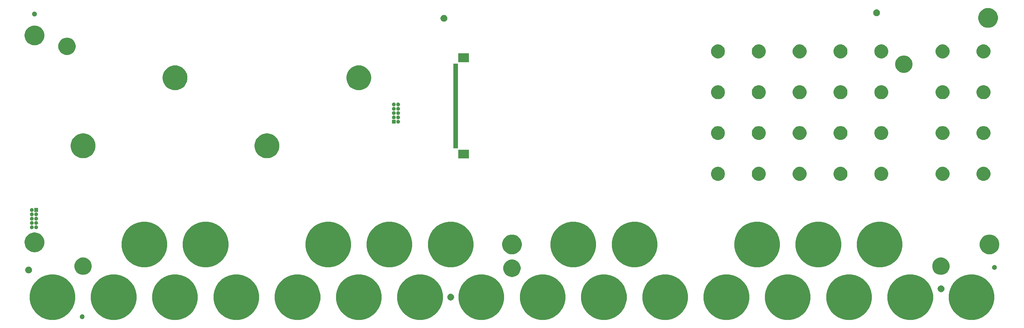
<source format=gbr>
%TF.GenerationSoftware,KiCad,Pcbnew,5.1.6*%
%TF.CreationDate,2020-11-05T20:15:49+01:00*%
%TF.ProjectId,OTTO_AUX_SMD,4f54544f-5f41-4555-985f-534d442e6b69,rev?*%
%TF.SameCoordinates,Original*%
%TF.FileFunction,Soldermask,Bot*%
%TF.FilePolarity,Negative*%
%FSLAX46Y46*%
G04 Gerber Fmt 4.6, Leading zero omitted, Abs format (unit mm)*
G04 Created by KiCad (PCBNEW 5.1.6) date 2020-11-05 20:15:49*
%MOMM*%
%LPD*%
G01*
G04 APERTURE LIST*
%ADD10C,0.150000*%
G04 APERTURE END LIST*
D10*
G36*
X298154608Y-89656515D02*
G01*
X299374115Y-90161651D01*
X300471637Y-90894992D01*
X301405008Y-91828363D01*
X302138349Y-92925885D01*
X302643485Y-94145392D01*
X302901000Y-95440008D01*
X302901000Y-96759992D01*
X302643485Y-98054608D01*
X302138349Y-99274115D01*
X301405008Y-100371637D01*
X300471637Y-101305008D01*
X299374115Y-102038349D01*
X298154608Y-102543485D01*
X296859992Y-102801000D01*
X295540008Y-102801000D01*
X294245392Y-102543485D01*
X293025885Y-102038349D01*
X291928363Y-101305008D01*
X290994992Y-100371637D01*
X290261651Y-99274115D01*
X289756515Y-98054608D01*
X289499000Y-96759992D01*
X289499000Y-95440008D01*
X289756515Y-94145392D01*
X290261651Y-92925885D01*
X290994992Y-91828363D01*
X291928363Y-90894992D01*
X293025885Y-90161651D01*
X294245392Y-89656515D01*
X295540008Y-89399000D01*
X296859992Y-89399000D01*
X298154608Y-89656515D01*
G37*
G36*
X136154608Y-89656515D02*
G01*
X137374115Y-90161651D01*
X138471637Y-90894992D01*
X139405008Y-91828363D01*
X140138349Y-92925885D01*
X140643485Y-94145392D01*
X140901000Y-95440008D01*
X140901000Y-96759992D01*
X140643485Y-98054608D01*
X140138349Y-99274115D01*
X139405008Y-100371637D01*
X138471637Y-101305008D01*
X137374115Y-102038349D01*
X136154608Y-102543485D01*
X134859992Y-102801000D01*
X133540008Y-102801000D01*
X132245392Y-102543485D01*
X131025885Y-102038349D01*
X129928363Y-101305008D01*
X128994992Y-100371637D01*
X128261651Y-99274115D01*
X127756515Y-98054608D01*
X127499000Y-96759992D01*
X127499000Y-95440008D01*
X127756515Y-94145392D01*
X128261651Y-92925885D01*
X128994992Y-91828363D01*
X129928363Y-90894992D01*
X131025885Y-90161651D01*
X132245392Y-89656515D01*
X133540008Y-89399000D01*
X134859992Y-89399000D01*
X136154608Y-89656515D01*
G37*
G36*
X28154608Y-89656515D02*
G01*
X29374115Y-90161651D01*
X30471637Y-90894992D01*
X31405008Y-91828363D01*
X32138349Y-92925885D01*
X32643485Y-94145392D01*
X32901000Y-95440008D01*
X32901000Y-96759992D01*
X32643485Y-98054608D01*
X32138349Y-99274115D01*
X31405008Y-100371637D01*
X30471637Y-101305008D01*
X29374115Y-102038349D01*
X28154608Y-102543485D01*
X26859992Y-102801000D01*
X25540008Y-102801000D01*
X24245392Y-102543485D01*
X23025885Y-102038349D01*
X21928363Y-101305008D01*
X20994992Y-100371637D01*
X20261651Y-99274115D01*
X19756515Y-98054608D01*
X19499000Y-96759992D01*
X19499000Y-95440008D01*
X19756515Y-94145392D01*
X20261651Y-92925885D01*
X20994992Y-91828363D01*
X21928363Y-90894992D01*
X23025885Y-90161651D01*
X24245392Y-89656515D01*
X25540008Y-89399000D01*
X26859992Y-89399000D01*
X28154608Y-89656515D01*
G37*
G36*
X46154608Y-89656515D02*
G01*
X47374115Y-90161651D01*
X48471637Y-90894992D01*
X49405008Y-91828363D01*
X50138349Y-92925885D01*
X50643485Y-94145392D01*
X50901000Y-95440008D01*
X50901000Y-96759992D01*
X50643485Y-98054608D01*
X50138349Y-99274115D01*
X49405008Y-100371637D01*
X48471637Y-101305008D01*
X47374115Y-102038349D01*
X46154608Y-102543485D01*
X44859992Y-102801000D01*
X43540008Y-102801000D01*
X42245392Y-102543485D01*
X41025885Y-102038349D01*
X39928363Y-101305008D01*
X38994992Y-100371637D01*
X38261651Y-99274115D01*
X37756515Y-98054608D01*
X37499000Y-96759992D01*
X37499000Y-95440008D01*
X37756515Y-94145392D01*
X38261651Y-92925885D01*
X38994992Y-91828363D01*
X39928363Y-90894992D01*
X41025885Y-90161651D01*
X42245392Y-89656515D01*
X43540008Y-89399000D01*
X44859992Y-89399000D01*
X46154608Y-89656515D01*
G37*
G36*
X64154608Y-89656515D02*
G01*
X65374115Y-90161651D01*
X66471637Y-90894992D01*
X67405008Y-91828363D01*
X68138349Y-92925885D01*
X68643485Y-94145392D01*
X68901000Y-95440008D01*
X68901000Y-96759992D01*
X68643485Y-98054608D01*
X68138349Y-99274115D01*
X67405008Y-100371637D01*
X66471637Y-101305008D01*
X65374115Y-102038349D01*
X64154608Y-102543485D01*
X62859992Y-102801000D01*
X61540008Y-102801000D01*
X60245392Y-102543485D01*
X59025885Y-102038349D01*
X57928363Y-101305008D01*
X56994992Y-100371637D01*
X56261651Y-99274115D01*
X55756515Y-98054608D01*
X55499000Y-96759992D01*
X55499000Y-95440008D01*
X55756515Y-94145392D01*
X56261651Y-92925885D01*
X56994992Y-91828363D01*
X57928363Y-90894992D01*
X59025885Y-90161651D01*
X60245392Y-89656515D01*
X61540008Y-89399000D01*
X62859992Y-89399000D01*
X64154608Y-89656515D01*
G37*
G36*
X82154608Y-89656515D02*
G01*
X83374115Y-90161651D01*
X84471637Y-90894992D01*
X85405008Y-91828363D01*
X86138349Y-92925885D01*
X86643485Y-94145392D01*
X86901000Y-95440008D01*
X86901000Y-96759992D01*
X86643485Y-98054608D01*
X86138349Y-99274115D01*
X85405008Y-100371637D01*
X84471637Y-101305008D01*
X83374115Y-102038349D01*
X82154608Y-102543485D01*
X80859992Y-102801000D01*
X79540008Y-102801000D01*
X78245392Y-102543485D01*
X77025885Y-102038349D01*
X75928363Y-101305008D01*
X74994992Y-100371637D01*
X74261651Y-99274115D01*
X73756515Y-98054608D01*
X73499000Y-96759992D01*
X73499000Y-95440008D01*
X73756515Y-94145392D01*
X74261651Y-92925885D01*
X74994992Y-91828363D01*
X75928363Y-90894992D01*
X77025885Y-90161651D01*
X78245392Y-89656515D01*
X79540008Y-89399000D01*
X80859992Y-89399000D01*
X82154608Y-89656515D01*
G37*
G36*
X100154608Y-89656515D02*
G01*
X101374115Y-90161651D01*
X102471637Y-90894992D01*
X103405008Y-91828363D01*
X104138349Y-92925885D01*
X104643485Y-94145392D01*
X104901000Y-95440008D01*
X104901000Y-96759992D01*
X104643485Y-98054608D01*
X104138349Y-99274115D01*
X103405008Y-100371637D01*
X102471637Y-101305008D01*
X101374115Y-102038349D01*
X100154608Y-102543485D01*
X98859992Y-102801000D01*
X97540008Y-102801000D01*
X96245392Y-102543485D01*
X95025885Y-102038349D01*
X93928363Y-101305008D01*
X92994992Y-100371637D01*
X92261651Y-99274115D01*
X91756515Y-98054608D01*
X91499000Y-96759992D01*
X91499000Y-95440008D01*
X91756515Y-94145392D01*
X92261651Y-92925885D01*
X92994992Y-91828363D01*
X93928363Y-90894992D01*
X95025885Y-90161651D01*
X96245392Y-89656515D01*
X97540008Y-89399000D01*
X98859992Y-89399000D01*
X100154608Y-89656515D01*
G37*
G36*
X118154608Y-89656515D02*
G01*
X119374115Y-90161651D01*
X120471637Y-90894992D01*
X121405008Y-91828363D01*
X122138349Y-92925885D01*
X122643485Y-94145392D01*
X122901000Y-95440008D01*
X122901000Y-96759992D01*
X122643485Y-98054608D01*
X122138349Y-99274115D01*
X121405008Y-100371637D01*
X120471637Y-101305008D01*
X119374115Y-102038349D01*
X118154608Y-102543485D01*
X116859992Y-102801000D01*
X115540008Y-102801000D01*
X114245392Y-102543485D01*
X113025885Y-102038349D01*
X111928363Y-101305008D01*
X110994992Y-100371637D01*
X110261651Y-99274115D01*
X109756515Y-98054608D01*
X109499000Y-96759992D01*
X109499000Y-95440008D01*
X109756515Y-94145392D01*
X110261651Y-92925885D01*
X110994992Y-91828363D01*
X111928363Y-90894992D01*
X113025885Y-90161651D01*
X114245392Y-89656515D01*
X115540008Y-89399000D01*
X116859992Y-89399000D01*
X118154608Y-89656515D01*
G37*
G36*
X280154608Y-89656515D02*
G01*
X281374115Y-90161651D01*
X282471637Y-90894992D01*
X283405008Y-91828363D01*
X284138349Y-92925885D01*
X284643485Y-94145392D01*
X284901000Y-95440008D01*
X284901000Y-96759992D01*
X284643485Y-98054608D01*
X284138349Y-99274115D01*
X283405008Y-100371637D01*
X282471637Y-101305008D01*
X281374115Y-102038349D01*
X280154608Y-102543485D01*
X278859992Y-102801000D01*
X277540008Y-102801000D01*
X276245392Y-102543485D01*
X275025885Y-102038349D01*
X273928363Y-101305008D01*
X272994992Y-100371637D01*
X272261651Y-99274115D01*
X271756515Y-98054608D01*
X271499000Y-96759992D01*
X271499000Y-95440008D01*
X271756515Y-94145392D01*
X272261651Y-92925885D01*
X272994992Y-91828363D01*
X273928363Y-90894992D01*
X275025885Y-90161651D01*
X276245392Y-89656515D01*
X277540008Y-89399000D01*
X278859992Y-89399000D01*
X280154608Y-89656515D01*
G37*
G36*
X172154608Y-89656515D02*
G01*
X173374115Y-90161651D01*
X174471637Y-90894992D01*
X175405008Y-91828363D01*
X176138349Y-92925885D01*
X176643485Y-94145392D01*
X176901000Y-95440008D01*
X176901000Y-96759992D01*
X176643485Y-98054608D01*
X176138349Y-99274115D01*
X175405008Y-100371637D01*
X174471637Y-101305008D01*
X173374115Y-102038349D01*
X172154608Y-102543485D01*
X170859992Y-102801000D01*
X169540008Y-102801000D01*
X168245392Y-102543485D01*
X167025885Y-102038349D01*
X165928363Y-101305008D01*
X164994992Y-100371637D01*
X164261651Y-99274115D01*
X163756515Y-98054608D01*
X163499000Y-96759992D01*
X163499000Y-95440008D01*
X163756515Y-94145392D01*
X164261651Y-92925885D01*
X164994992Y-91828363D01*
X165928363Y-90894992D01*
X167025885Y-90161651D01*
X168245392Y-89656515D01*
X169540008Y-89399000D01*
X170859992Y-89399000D01*
X172154608Y-89656515D01*
G37*
G36*
X190154608Y-89656515D02*
G01*
X191374115Y-90161651D01*
X192471637Y-90894992D01*
X193405008Y-91828363D01*
X194138349Y-92925885D01*
X194643485Y-94145392D01*
X194901000Y-95440008D01*
X194901000Y-96759992D01*
X194643485Y-98054608D01*
X194138349Y-99274115D01*
X193405008Y-100371637D01*
X192471637Y-101305008D01*
X191374115Y-102038349D01*
X190154608Y-102543485D01*
X188859992Y-102801000D01*
X187540008Y-102801000D01*
X186245392Y-102543485D01*
X185025885Y-102038349D01*
X183928363Y-101305008D01*
X182994992Y-100371637D01*
X182261651Y-99274115D01*
X181756515Y-98054608D01*
X181499000Y-96759992D01*
X181499000Y-95440008D01*
X181756515Y-94145392D01*
X182261651Y-92925885D01*
X182994992Y-91828363D01*
X183928363Y-90894992D01*
X185025885Y-90161651D01*
X186245392Y-89656515D01*
X187540008Y-89399000D01*
X188859992Y-89399000D01*
X190154608Y-89656515D01*
G37*
G36*
X208154608Y-89656515D02*
G01*
X209374115Y-90161651D01*
X210471637Y-90894992D01*
X211405008Y-91828363D01*
X212138349Y-92925885D01*
X212643485Y-94145392D01*
X212901000Y-95440008D01*
X212901000Y-96759992D01*
X212643485Y-98054608D01*
X212138349Y-99274115D01*
X211405008Y-100371637D01*
X210471637Y-101305008D01*
X209374115Y-102038349D01*
X208154608Y-102543485D01*
X206859992Y-102801000D01*
X205540008Y-102801000D01*
X204245392Y-102543485D01*
X203025885Y-102038349D01*
X201928363Y-101305008D01*
X200994992Y-100371637D01*
X200261651Y-99274115D01*
X199756515Y-98054608D01*
X199499000Y-96759992D01*
X199499000Y-95440008D01*
X199756515Y-94145392D01*
X200261651Y-92925885D01*
X200994992Y-91828363D01*
X201928363Y-90894992D01*
X203025885Y-90161651D01*
X204245392Y-89656515D01*
X205540008Y-89399000D01*
X206859992Y-89399000D01*
X208154608Y-89656515D01*
G37*
G36*
X226154608Y-89656515D02*
G01*
X227374115Y-90161651D01*
X228471637Y-90894992D01*
X229405008Y-91828363D01*
X230138349Y-92925885D01*
X230643485Y-94145392D01*
X230901000Y-95440008D01*
X230901000Y-96759992D01*
X230643485Y-98054608D01*
X230138349Y-99274115D01*
X229405008Y-100371637D01*
X228471637Y-101305008D01*
X227374115Y-102038349D01*
X226154608Y-102543485D01*
X224859992Y-102801000D01*
X223540008Y-102801000D01*
X222245392Y-102543485D01*
X221025885Y-102038349D01*
X219928363Y-101305008D01*
X218994992Y-100371637D01*
X218261651Y-99274115D01*
X217756515Y-98054608D01*
X217499000Y-96759992D01*
X217499000Y-95440008D01*
X217756515Y-94145392D01*
X218261651Y-92925885D01*
X218994992Y-91828363D01*
X219928363Y-90894992D01*
X221025885Y-90161651D01*
X222245392Y-89656515D01*
X223540008Y-89399000D01*
X224859992Y-89399000D01*
X226154608Y-89656515D01*
G37*
G36*
X244154608Y-89656515D02*
G01*
X245374115Y-90161651D01*
X246471637Y-90894992D01*
X247405008Y-91828363D01*
X248138349Y-92925885D01*
X248643485Y-94145392D01*
X248901000Y-95440008D01*
X248901000Y-96759992D01*
X248643485Y-98054608D01*
X248138349Y-99274115D01*
X247405008Y-100371637D01*
X246471637Y-101305008D01*
X245374115Y-102038349D01*
X244154608Y-102543485D01*
X242859992Y-102801000D01*
X241540008Y-102801000D01*
X240245392Y-102543485D01*
X239025885Y-102038349D01*
X237928363Y-101305008D01*
X236994992Y-100371637D01*
X236261651Y-99274115D01*
X235756515Y-98054608D01*
X235499000Y-96759992D01*
X235499000Y-95440008D01*
X235756515Y-94145392D01*
X236261651Y-92925885D01*
X236994992Y-91828363D01*
X237928363Y-90894992D01*
X239025885Y-90161651D01*
X240245392Y-89656515D01*
X241540008Y-89399000D01*
X242859992Y-89399000D01*
X244154608Y-89656515D01*
G37*
G36*
X262154608Y-89656515D02*
G01*
X263374115Y-90161651D01*
X264471637Y-90894992D01*
X265405008Y-91828363D01*
X266138349Y-92925885D01*
X266643485Y-94145392D01*
X266901000Y-95440008D01*
X266901000Y-96759992D01*
X266643485Y-98054608D01*
X266138349Y-99274115D01*
X265405008Y-100371637D01*
X264471637Y-101305008D01*
X263374115Y-102038349D01*
X262154608Y-102543485D01*
X260859992Y-102801000D01*
X259540008Y-102801000D01*
X258245392Y-102543485D01*
X257025885Y-102038349D01*
X255928363Y-101305008D01*
X254994992Y-100371637D01*
X254261651Y-99274115D01*
X253756515Y-98054608D01*
X253499000Y-96759992D01*
X253499000Y-95440008D01*
X253756515Y-94145392D01*
X254261651Y-92925885D01*
X254994992Y-91828363D01*
X255928363Y-90894992D01*
X257025885Y-90161651D01*
X258245392Y-89656515D01*
X259540008Y-89399000D01*
X260859992Y-89399000D01*
X262154608Y-89656515D01*
G37*
G36*
X154154608Y-89656515D02*
G01*
X155374115Y-90161651D01*
X156471637Y-90894992D01*
X157405008Y-91828363D01*
X158138349Y-92925885D01*
X158643485Y-94145392D01*
X158901000Y-95440008D01*
X158901000Y-96759992D01*
X158643485Y-98054608D01*
X158138349Y-99274115D01*
X157405008Y-100371637D01*
X156471637Y-101305008D01*
X155374115Y-102038349D01*
X154154608Y-102543485D01*
X152859992Y-102801000D01*
X151540008Y-102801000D01*
X150245392Y-102543485D01*
X149025885Y-102038349D01*
X147928363Y-101305008D01*
X146994992Y-100371637D01*
X146261651Y-99274115D01*
X145756515Y-98054608D01*
X145499000Y-96759992D01*
X145499000Y-95440008D01*
X145756515Y-94145392D01*
X146261651Y-92925885D01*
X146994992Y-91828363D01*
X147928363Y-90894992D01*
X149025885Y-90161651D01*
X150245392Y-89656515D01*
X151540008Y-89399000D01*
X152859992Y-89399000D01*
X154154608Y-89656515D01*
G37*
G36*
X35044186Y-101157980D02*
G01*
X35134474Y-101175939D01*
X35262048Y-101228782D01*
X35376862Y-101305498D01*
X35474502Y-101403138D01*
X35551218Y-101517952D01*
X35604061Y-101645526D01*
X35631000Y-101780958D01*
X35631000Y-101919042D01*
X35604061Y-102054474D01*
X35551218Y-102182048D01*
X35474502Y-102296862D01*
X35376862Y-102394502D01*
X35262048Y-102471218D01*
X35134474Y-102524061D01*
X35044186Y-102542020D01*
X34999043Y-102551000D01*
X34860957Y-102551000D01*
X34815814Y-102542020D01*
X34725526Y-102524061D01*
X34597952Y-102471218D01*
X34483138Y-102394502D01*
X34385498Y-102296862D01*
X34308782Y-102182048D01*
X34255939Y-102054474D01*
X34229000Y-101919042D01*
X34229000Y-101780958D01*
X34255939Y-101645526D01*
X34308782Y-101517952D01*
X34385498Y-101403138D01*
X34483138Y-101305498D01*
X34597952Y-101228782D01*
X34725526Y-101175939D01*
X34815814Y-101157980D01*
X34860957Y-101149000D01*
X34999043Y-101149000D01*
X35044186Y-101157980D01*
G37*
G36*
X143395090Y-95119214D02*
G01*
X143491689Y-95138429D01*
X143673678Y-95213811D01*
X143837463Y-95323249D01*
X143976751Y-95462537D01*
X144086189Y-95626322D01*
X144161571Y-95808311D01*
X144200000Y-96001509D01*
X144200000Y-96198491D01*
X144161571Y-96391689D01*
X144086189Y-96573678D01*
X143976751Y-96737463D01*
X143837463Y-96876751D01*
X143673678Y-96986189D01*
X143491689Y-97061571D01*
X143395090Y-97080785D01*
X143298493Y-97100000D01*
X143101507Y-97100000D01*
X143004910Y-97080786D01*
X142908311Y-97061571D01*
X142726322Y-96986189D01*
X142562537Y-96876751D01*
X142423249Y-96737463D01*
X142313811Y-96573678D01*
X142238429Y-96391689D01*
X142200000Y-96198491D01*
X142200000Y-96001509D01*
X142238429Y-95808311D01*
X142313811Y-95626322D01*
X142423249Y-95462537D01*
X142562537Y-95323249D01*
X142726322Y-95213811D01*
X142908311Y-95138429D01*
X143004910Y-95119214D01*
X143101507Y-95100000D01*
X143298493Y-95100000D01*
X143395090Y-95119214D01*
G37*
G36*
X287445090Y-92669214D02*
G01*
X287541689Y-92688429D01*
X287723678Y-92763811D01*
X287887463Y-92873249D01*
X288026751Y-93012537D01*
X288136189Y-93176322D01*
X288211571Y-93358311D01*
X288250000Y-93551509D01*
X288250000Y-93748491D01*
X288211571Y-93941689D01*
X288136189Y-94123678D01*
X288026751Y-94287463D01*
X287887463Y-94426751D01*
X287723678Y-94536189D01*
X287541689Y-94611571D01*
X287445090Y-94630786D01*
X287348493Y-94650000D01*
X287151507Y-94650000D01*
X287054910Y-94630786D01*
X286958311Y-94611571D01*
X286776322Y-94536189D01*
X286612537Y-94426751D01*
X286473249Y-94287463D01*
X286363811Y-94123678D01*
X286288429Y-93941689D01*
X286250000Y-93748491D01*
X286250000Y-93551509D01*
X286288429Y-93358311D01*
X286363811Y-93176322D01*
X286473249Y-93012537D01*
X286612537Y-92873249D01*
X286776322Y-92763811D01*
X286958311Y-92688429D01*
X287054910Y-92669214D01*
X287151507Y-92650000D01*
X287348493Y-92650000D01*
X287445090Y-92669214D01*
G37*
G36*
X161944097Y-85147033D02*
G01*
X162408354Y-85339333D01*
X162826166Y-85618507D01*
X163181493Y-85973834D01*
X163460667Y-86391646D01*
X163652967Y-86855903D01*
X163751000Y-87348747D01*
X163751000Y-87851253D01*
X163652967Y-88344097D01*
X163460667Y-88808354D01*
X163181493Y-89226166D01*
X162826166Y-89581493D01*
X162408354Y-89860667D01*
X161944097Y-90052967D01*
X161451253Y-90151000D01*
X160948747Y-90151000D01*
X160455903Y-90052967D01*
X159991646Y-89860667D01*
X159573834Y-89581493D01*
X159218507Y-89226166D01*
X158939333Y-88808354D01*
X158747033Y-88344097D01*
X158649000Y-87851253D01*
X158649000Y-87348747D01*
X158747033Y-86855903D01*
X158939333Y-86391646D01*
X159218507Y-85973834D01*
X159573834Y-85618507D01*
X159991646Y-85339333D01*
X160455903Y-85147033D01*
X160948747Y-85049000D01*
X161451253Y-85049000D01*
X161944097Y-85147033D01*
G37*
G36*
X287944097Y-84547033D02*
G01*
X288408354Y-84739333D01*
X288826166Y-85018507D01*
X289181493Y-85373834D01*
X289460667Y-85791646D01*
X289652967Y-86255903D01*
X289751000Y-86748747D01*
X289751000Y-87251253D01*
X289652967Y-87744097D01*
X289460667Y-88208354D01*
X289181493Y-88626166D01*
X288826166Y-88981493D01*
X288408354Y-89260667D01*
X287944097Y-89452967D01*
X287451253Y-89551000D01*
X286948747Y-89551000D01*
X286455903Y-89452967D01*
X285991646Y-89260667D01*
X285573834Y-88981493D01*
X285218507Y-88626166D01*
X284939333Y-88208354D01*
X284747033Y-87744097D01*
X284649000Y-87251253D01*
X284649000Y-86748747D01*
X284747033Y-86255903D01*
X284939333Y-85791646D01*
X285218507Y-85373834D01*
X285573834Y-85018507D01*
X285991646Y-84739333D01*
X286455903Y-84547033D01*
X286948747Y-84449000D01*
X287451253Y-84449000D01*
X287944097Y-84547033D01*
G37*
G36*
X35941597Y-84547033D02*
G01*
X36405854Y-84739333D01*
X36823666Y-85018507D01*
X37178993Y-85373834D01*
X37458167Y-85791646D01*
X37650467Y-86255903D01*
X37748500Y-86748747D01*
X37748500Y-87251253D01*
X37650467Y-87744097D01*
X37458167Y-88208354D01*
X37178993Y-88626166D01*
X36823666Y-88981493D01*
X36405854Y-89260667D01*
X35941597Y-89452967D01*
X35448753Y-89551000D01*
X34946247Y-89551000D01*
X34453403Y-89452967D01*
X33989146Y-89260667D01*
X33571334Y-88981493D01*
X33216007Y-88626166D01*
X32936833Y-88208354D01*
X32744533Y-87744097D01*
X32646500Y-87251253D01*
X32646500Y-86748747D01*
X32744533Y-86255903D01*
X32936833Y-85791646D01*
X33216007Y-85373834D01*
X33571334Y-85018507D01*
X33989146Y-84739333D01*
X34453403Y-84547033D01*
X34946247Y-84449000D01*
X35448753Y-84449000D01*
X35941597Y-84547033D01*
G37*
G36*
X19395090Y-87119215D02*
G01*
X19491689Y-87138429D01*
X19673678Y-87213811D01*
X19837463Y-87323249D01*
X19976751Y-87462537D01*
X20086189Y-87626322D01*
X20161571Y-87808311D01*
X20178715Y-87894502D01*
X20200000Y-88001507D01*
X20200000Y-88198493D01*
X20180786Y-88295090D01*
X20161571Y-88391689D01*
X20086189Y-88573678D01*
X19976751Y-88737463D01*
X19837463Y-88876751D01*
X19673678Y-88986189D01*
X19491689Y-89061571D01*
X19395090Y-89080786D01*
X19298493Y-89100000D01*
X19101507Y-89100000D01*
X19004910Y-89080786D01*
X18908311Y-89061571D01*
X18726322Y-88986189D01*
X18562537Y-88876751D01*
X18423249Y-88737463D01*
X18313811Y-88573678D01*
X18238429Y-88391689D01*
X18219214Y-88295090D01*
X18200000Y-88198493D01*
X18200000Y-88001507D01*
X18221285Y-87894502D01*
X18238429Y-87808311D01*
X18313811Y-87626322D01*
X18423249Y-87462537D01*
X18562537Y-87323249D01*
X18726322Y-87213811D01*
X18908311Y-87138429D01*
X19004910Y-87119215D01*
X19101507Y-87100000D01*
X19298493Y-87100000D01*
X19395090Y-87119215D01*
G37*
G36*
X303044186Y-86657980D02*
G01*
X303134474Y-86675939D01*
X303262048Y-86728782D01*
X303376862Y-86805498D01*
X303474502Y-86903138D01*
X303551218Y-87017952D01*
X303604061Y-87145526D01*
X303631000Y-87280958D01*
X303631000Y-87419042D01*
X303604061Y-87554474D01*
X303551218Y-87682048D01*
X303474502Y-87796862D01*
X303376862Y-87894502D01*
X303262048Y-87971218D01*
X303134474Y-88024061D01*
X303044186Y-88042020D01*
X302999043Y-88051000D01*
X302860957Y-88051000D01*
X302815814Y-88042020D01*
X302725526Y-88024061D01*
X302597952Y-87971218D01*
X302483138Y-87894502D01*
X302385498Y-87796862D01*
X302308782Y-87682048D01*
X302255939Y-87554474D01*
X302229000Y-87419042D01*
X302229000Y-87280958D01*
X302255939Y-87145526D01*
X302308782Y-87017952D01*
X302385498Y-86903138D01*
X302483138Y-86805498D01*
X302597952Y-86728782D01*
X302725526Y-86675939D01*
X302815814Y-86657980D01*
X302860957Y-86649000D01*
X302999043Y-86649000D01*
X303044186Y-86657980D01*
G37*
G36*
X73154608Y-74156515D02*
G01*
X74374115Y-74661651D01*
X75471637Y-75394992D01*
X76405008Y-76328363D01*
X77138349Y-77425885D01*
X77643485Y-78645392D01*
X77901000Y-79940008D01*
X77901000Y-81259992D01*
X77643485Y-82554608D01*
X77138349Y-83774115D01*
X76405008Y-84871637D01*
X75471637Y-85805008D01*
X74374115Y-86538349D01*
X73154608Y-87043485D01*
X71859992Y-87301000D01*
X70540008Y-87301000D01*
X69245392Y-87043485D01*
X68025885Y-86538349D01*
X66928363Y-85805008D01*
X65994992Y-84871637D01*
X65261651Y-83774115D01*
X64756515Y-82554608D01*
X64499000Y-81259992D01*
X64499000Y-79940008D01*
X64756515Y-78645392D01*
X65261651Y-77425885D01*
X65994992Y-76328363D01*
X66928363Y-75394992D01*
X68025885Y-74661651D01*
X69245392Y-74156515D01*
X70540008Y-73899000D01*
X71859992Y-73899000D01*
X73154608Y-74156515D01*
G37*
G36*
X109154608Y-74156515D02*
G01*
X110374115Y-74661651D01*
X111471637Y-75394992D01*
X112405008Y-76328363D01*
X113138349Y-77425885D01*
X113643485Y-78645392D01*
X113901000Y-79940008D01*
X113901000Y-81259992D01*
X113643485Y-82554608D01*
X113138349Y-83774115D01*
X112405008Y-84871637D01*
X111471637Y-85805008D01*
X110374115Y-86538349D01*
X109154608Y-87043485D01*
X107859992Y-87301000D01*
X106540008Y-87301000D01*
X105245392Y-87043485D01*
X104025885Y-86538349D01*
X102928363Y-85805008D01*
X101994992Y-84871637D01*
X101261651Y-83774115D01*
X100756515Y-82554608D01*
X100499000Y-81259992D01*
X100499000Y-79940008D01*
X100756515Y-78645392D01*
X101261651Y-77425885D01*
X101994992Y-76328363D01*
X102928363Y-75394992D01*
X104025885Y-74661651D01*
X105245392Y-74156515D01*
X106540008Y-73899000D01*
X107859992Y-73899000D01*
X109154608Y-74156515D01*
G37*
G36*
X127154608Y-74156515D02*
G01*
X128374115Y-74661651D01*
X129471637Y-75394992D01*
X130405008Y-76328363D01*
X131138349Y-77425885D01*
X131643485Y-78645392D01*
X131901000Y-79940008D01*
X131901000Y-81259992D01*
X131643485Y-82554608D01*
X131138349Y-83774115D01*
X130405008Y-84871637D01*
X129471637Y-85805008D01*
X128374115Y-86538349D01*
X127154608Y-87043485D01*
X125859992Y-87301000D01*
X124540008Y-87301000D01*
X123245392Y-87043485D01*
X122025885Y-86538349D01*
X120928363Y-85805008D01*
X119994992Y-84871637D01*
X119261651Y-83774115D01*
X118756515Y-82554608D01*
X118499000Y-81259992D01*
X118499000Y-79940008D01*
X118756515Y-78645392D01*
X119261651Y-77425885D01*
X119994992Y-76328363D01*
X120928363Y-75394992D01*
X122025885Y-74661651D01*
X123245392Y-74156515D01*
X124540008Y-73899000D01*
X125859992Y-73899000D01*
X127154608Y-74156515D01*
G37*
G36*
X253154608Y-74156515D02*
G01*
X254374115Y-74661651D01*
X255471637Y-75394992D01*
X256405008Y-76328363D01*
X257138349Y-77425885D01*
X257643485Y-78645392D01*
X257901000Y-79940008D01*
X257901000Y-81259992D01*
X257643485Y-82554608D01*
X257138349Y-83774115D01*
X256405008Y-84871637D01*
X255471637Y-85805008D01*
X254374115Y-86538349D01*
X253154608Y-87043485D01*
X251859992Y-87301000D01*
X250540008Y-87301000D01*
X249245392Y-87043485D01*
X248025885Y-86538349D01*
X246928363Y-85805008D01*
X245994992Y-84871637D01*
X245261651Y-83774115D01*
X244756515Y-82554608D01*
X244499000Y-81259992D01*
X244499000Y-79940008D01*
X244756515Y-78645392D01*
X245261651Y-77425885D01*
X245994992Y-76328363D01*
X246928363Y-75394992D01*
X248025885Y-74661651D01*
X249245392Y-74156515D01*
X250540008Y-73899000D01*
X251859992Y-73899000D01*
X253154608Y-74156515D01*
G37*
G36*
X271154608Y-74156515D02*
G01*
X272374115Y-74661651D01*
X273471637Y-75394992D01*
X274405008Y-76328363D01*
X275138349Y-77425885D01*
X275643485Y-78645392D01*
X275901000Y-79940008D01*
X275901000Y-81259992D01*
X275643485Y-82554608D01*
X275138349Y-83774115D01*
X274405008Y-84871637D01*
X273471637Y-85805008D01*
X272374115Y-86538349D01*
X271154608Y-87043485D01*
X269859992Y-87301000D01*
X268540008Y-87301000D01*
X267245392Y-87043485D01*
X266025885Y-86538349D01*
X264928363Y-85805008D01*
X263994992Y-84871637D01*
X263261651Y-83774115D01*
X262756515Y-82554608D01*
X262499000Y-81259992D01*
X262499000Y-79940008D01*
X262756515Y-78645392D01*
X263261651Y-77425885D01*
X263994992Y-76328363D01*
X264928363Y-75394992D01*
X266025885Y-74661651D01*
X267245392Y-74156515D01*
X268540008Y-73899000D01*
X269859992Y-73899000D01*
X271154608Y-74156515D01*
G37*
G36*
X199154608Y-74156515D02*
G01*
X200374115Y-74661651D01*
X201471637Y-75394992D01*
X202405008Y-76328363D01*
X203138349Y-77425885D01*
X203643485Y-78645392D01*
X203901000Y-79940008D01*
X203901000Y-81259992D01*
X203643485Y-82554608D01*
X203138349Y-83774115D01*
X202405008Y-84871637D01*
X201471637Y-85805008D01*
X200374115Y-86538349D01*
X199154608Y-87043485D01*
X197859992Y-87301000D01*
X196540008Y-87301000D01*
X195245392Y-87043485D01*
X194025885Y-86538349D01*
X192928363Y-85805008D01*
X191994992Y-84871637D01*
X191261651Y-83774115D01*
X190756515Y-82554608D01*
X190499000Y-81259992D01*
X190499000Y-79940008D01*
X190756515Y-78645392D01*
X191261651Y-77425885D01*
X191994992Y-76328363D01*
X192928363Y-75394992D01*
X194025885Y-74661651D01*
X195245392Y-74156515D01*
X196540008Y-73899000D01*
X197859992Y-73899000D01*
X199154608Y-74156515D01*
G37*
G36*
X181154608Y-74156515D02*
G01*
X182374115Y-74661651D01*
X183471637Y-75394992D01*
X184405008Y-76328363D01*
X185138349Y-77425885D01*
X185643485Y-78645392D01*
X185901000Y-79940008D01*
X185901000Y-81259992D01*
X185643485Y-82554608D01*
X185138349Y-83774115D01*
X184405008Y-84871637D01*
X183471637Y-85805008D01*
X182374115Y-86538349D01*
X181154608Y-87043485D01*
X179859992Y-87301000D01*
X178540008Y-87301000D01*
X177245392Y-87043485D01*
X176025885Y-86538349D01*
X174928363Y-85805008D01*
X173994992Y-84871637D01*
X173261651Y-83774115D01*
X172756515Y-82554608D01*
X172499000Y-81259992D01*
X172499000Y-79940008D01*
X172756515Y-78645392D01*
X173261651Y-77425885D01*
X173994992Y-76328363D01*
X174928363Y-75394992D01*
X176025885Y-74661651D01*
X177245392Y-74156515D01*
X178540008Y-73899000D01*
X179859992Y-73899000D01*
X181154608Y-74156515D01*
G37*
G36*
X145154608Y-74156515D02*
G01*
X146374115Y-74661651D01*
X147471637Y-75394992D01*
X148405008Y-76328363D01*
X149138349Y-77425885D01*
X149643485Y-78645392D01*
X149901000Y-79940008D01*
X149901000Y-81259992D01*
X149643485Y-82554608D01*
X149138349Y-83774115D01*
X148405008Y-84871637D01*
X147471637Y-85805008D01*
X146374115Y-86538349D01*
X145154608Y-87043485D01*
X143859992Y-87301000D01*
X142540008Y-87301000D01*
X141245392Y-87043485D01*
X140025885Y-86538349D01*
X138928363Y-85805008D01*
X137994992Y-84871637D01*
X137261651Y-83774115D01*
X136756515Y-82554608D01*
X136499000Y-81259992D01*
X136499000Y-79940008D01*
X136756515Y-78645392D01*
X137261651Y-77425885D01*
X137994992Y-76328363D01*
X138928363Y-75394992D01*
X140025885Y-74661651D01*
X141245392Y-74156515D01*
X142540008Y-73899000D01*
X143859992Y-73899000D01*
X145154608Y-74156515D01*
G37*
G36*
X55154608Y-74156515D02*
G01*
X56374115Y-74661651D01*
X57471637Y-75394992D01*
X58405008Y-76328363D01*
X59138349Y-77425885D01*
X59643485Y-78645392D01*
X59901000Y-79940008D01*
X59901000Y-81259992D01*
X59643485Y-82554608D01*
X59138349Y-83774115D01*
X58405008Y-84871637D01*
X57471637Y-85805008D01*
X56374115Y-86538349D01*
X55154608Y-87043485D01*
X53859992Y-87301000D01*
X52540008Y-87301000D01*
X51245392Y-87043485D01*
X50025885Y-86538349D01*
X48928363Y-85805008D01*
X47994992Y-84871637D01*
X47261651Y-83774115D01*
X46756515Y-82554608D01*
X46499000Y-81259992D01*
X46499000Y-79940008D01*
X46756515Y-78645392D01*
X47261651Y-77425885D01*
X47994992Y-76328363D01*
X48928363Y-75394992D01*
X50025885Y-74661651D01*
X51245392Y-74156515D01*
X52540008Y-73899000D01*
X53859992Y-73899000D01*
X55154608Y-74156515D01*
G37*
G36*
X235154608Y-74156515D02*
G01*
X236374115Y-74661651D01*
X237471637Y-75394992D01*
X238405008Y-76328363D01*
X239138349Y-77425885D01*
X239643485Y-78645392D01*
X239901000Y-79940008D01*
X239901000Y-81259992D01*
X239643485Y-82554608D01*
X239138349Y-83774115D01*
X238405008Y-84871637D01*
X237471637Y-85805008D01*
X236374115Y-86538349D01*
X235154608Y-87043485D01*
X233859992Y-87301000D01*
X232540008Y-87301000D01*
X231245392Y-87043485D01*
X230025885Y-86538349D01*
X228928363Y-85805008D01*
X227994992Y-84871637D01*
X227261651Y-83774115D01*
X226756515Y-82554608D01*
X226499000Y-81259992D01*
X226499000Y-79940008D01*
X226756515Y-78645392D01*
X227261651Y-77425885D01*
X227994992Y-76328363D01*
X228928363Y-75394992D01*
X230025885Y-74661651D01*
X231245392Y-74156515D01*
X232540008Y-73899000D01*
X233859992Y-73899000D01*
X235154608Y-74156515D01*
G37*
G36*
X301942383Y-77737148D02*
G01*
X302315899Y-77811445D01*
X302843665Y-78030053D01*
X303318642Y-78347423D01*
X303722577Y-78751358D01*
X304039947Y-79226335D01*
X304258555Y-79754101D01*
X304258555Y-79754103D01*
X304364282Y-80285626D01*
X304370000Y-80314375D01*
X304370000Y-80885625D01*
X304258555Y-81445899D01*
X304039947Y-81973665D01*
X303722577Y-82448642D01*
X303318642Y-82852577D01*
X302843665Y-83169947D01*
X302315899Y-83388555D01*
X301942383Y-83462852D01*
X301755626Y-83500000D01*
X301184374Y-83500000D01*
X300997617Y-83462852D01*
X300624101Y-83388555D01*
X300096335Y-83169947D01*
X299621358Y-82852577D01*
X299217423Y-82448642D01*
X298900053Y-81973665D01*
X298681445Y-81445899D01*
X298570000Y-80885625D01*
X298570000Y-80314375D01*
X298575719Y-80285626D01*
X298681445Y-79754103D01*
X298681445Y-79754101D01*
X298900053Y-79226335D01*
X299217423Y-78751358D01*
X299621358Y-78347423D01*
X300096335Y-78030053D01*
X300624101Y-77811445D01*
X300997617Y-77737148D01*
X301184374Y-77700000D01*
X301755626Y-77700000D01*
X301942383Y-77737148D01*
G37*
G36*
X161672383Y-77737148D02*
G01*
X162045899Y-77811445D01*
X162573665Y-78030053D01*
X163048642Y-78347423D01*
X163452577Y-78751358D01*
X163769947Y-79226335D01*
X163988555Y-79754101D01*
X163988555Y-79754103D01*
X164094282Y-80285626D01*
X164100000Y-80314375D01*
X164100000Y-80885625D01*
X163988555Y-81445899D01*
X163769947Y-81973665D01*
X163452577Y-82448642D01*
X163048642Y-82852577D01*
X162573665Y-83169947D01*
X162045899Y-83388555D01*
X161672383Y-83462852D01*
X161485626Y-83500000D01*
X160914374Y-83500000D01*
X160727617Y-83462852D01*
X160354101Y-83388555D01*
X159826335Y-83169947D01*
X159351358Y-82852577D01*
X158947423Y-82448642D01*
X158630053Y-81973665D01*
X158411445Y-81445899D01*
X158300000Y-80885625D01*
X158300000Y-80314375D01*
X158305719Y-80285626D01*
X158411445Y-79754103D01*
X158411445Y-79754101D01*
X158630053Y-79226335D01*
X158947423Y-78751358D01*
X159351358Y-78347423D01*
X159826335Y-78030053D01*
X160354101Y-77811445D01*
X160727617Y-77737148D01*
X160914374Y-77700000D01*
X161485626Y-77700000D01*
X161672383Y-77737148D01*
G37*
G36*
X21402383Y-77137148D02*
G01*
X21775899Y-77211445D01*
X22303665Y-77430053D01*
X22778642Y-77747423D01*
X23182577Y-78151358D01*
X23499947Y-78626335D01*
X23718555Y-79154101D01*
X23718555Y-79154103D01*
X23830000Y-79714374D01*
X23830000Y-80285626D01*
X23824281Y-80314375D01*
X23718555Y-80845899D01*
X23499947Y-81373665D01*
X23182577Y-81848642D01*
X22778642Y-82252577D01*
X22303665Y-82569947D01*
X21775899Y-82788555D01*
X21454037Y-82852577D01*
X21215626Y-82900000D01*
X20644374Y-82900000D01*
X20405963Y-82852577D01*
X20084101Y-82788555D01*
X19556335Y-82569947D01*
X19081358Y-82252577D01*
X18677423Y-81848642D01*
X18360053Y-81373665D01*
X18141445Y-80845899D01*
X18035719Y-80314375D01*
X18030000Y-80285626D01*
X18030000Y-79714374D01*
X18141445Y-79154103D01*
X18141445Y-79154101D01*
X18360053Y-78626335D01*
X18677423Y-78151358D01*
X19081358Y-77747423D01*
X19556335Y-77430053D01*
X20084101Y-77211445D01*
X20457617Y-77137148D01*
X20644374Y-77100000D01*
X21215626Y-77100000D01*
X21402383Y-77137148D01*
G37*
G36*
X21570721Y-75010175D02*
G01*
X21670996Y-75051710D01*
X21761242Y-75112010D01*
X21837990Y-75188758D01*
X21898290Y-75279004D01*
X21939825Y-75379279D01*
X21961000Y-75485731D01*
X21961000Y-75594269D01*
X21939825Y-75700721D01*
X21898290Y-75800996D01*
X21837990Y-75891242D01*
X21761242Y-75967990D01*
X21670996Y-76028290D01*
X21570721Y-76069825D01*
X21464269Y-76091000D01*
X21355731Y-76091000D01*
X21249279Y-76069825D01*
X21149004Y-76028290D01*
X21058758Y-75967990D01*
X20982010Y-75891242D01*
X20921710Y-75800996D01*
X20880175Y-75700721D01*
X20859000Y-75594269D01*
X20859000Y-75485731D01*
X20880175Y-75379279D01*
X20921710Y-75279004D01*
X20982010Y-75188758D01*
X21058758Y-75112010D01*
X21149004Y-75051710D01*
X21249279Y-75010175D01*
X21355731Y-74989000D01*
X21464269Y-74989000D01*
X21570721Y-75010175D01*
G37*
G36*
X20300721Y-75010175D02*
G01*
X20400996Y-75051710D01*
X20491242Y-75112010D01*
X20567990Y-75188758D01*
X20628290Y-75279004D01*
X20669825Y-75379279D01*
X20691000Y-75485731D01*
X20691000Y-75594269D01*
X20669825Y-75700721D01*
X20628290Y-75800996D01*
X20567990Y-75891242D01*
X20491242Y-75967990D01*
X20400996Y-76028290D01*
X20300721Y-76069825D01*
X20194269Y-76091000D01*
X20085731Y-76091000D01*
X19979279Y-76069825D01*
X19879004Y-76028290D01*
X19788758Y-75967990D01*
X19712010Y-75891242D01*
X19651710Y-75800996D01*
X19610175Y-75700721D01*
X19589000Y-75594269D01*
X19589000Y-75485731D01*
X19610175Y-75379279D01*
X19651710Y-75279004D01*
X19712010Y-75188758D01*
X19788758Y-75112010D01*
X19879004Y-75051710D01*
X19979279Y-75010175D01*
X20085731Y-74989000D01*
X20194269Y-74989000D01*
X20300721Y-75010175D01*
G37*
G36*
X20300721Y-73740175D02*
G01*
X20400996Y-73781710D01*
X20491242Y-73842010D01*
X20567990Y-73918758D01*
X20628290Y-74009004D01*
X20669825Y-74109279D01*
X20691000Y-74215731D01*
X20691000Y-74324269D01*
X20669825Y-74430721D01*
X20628290Y-74530996D01*
X20567990Y-74621242D01*
X20491242Y-74697990D01*
X20400996Y-74758290D01*
X20300721Y-74799825D01*
X20194269Y-74821000D01*
X20085731Y-74821000D01*
X19979279Y-74799825D01*
X19879004Y-74758290D01*
X19788758Y-74697990D01*
X19712010Y-74621242D01*
X19651710Y-74530996D01*
X19610175Y-74430721D01*
X19589000Y-74324269D01*
X19589000Y-74215731D01*
X19610175Y-74109279D01*
X19651710Y-74009004D01*
X19712010Y-73918758D01*
X19788758Y-73842010D01*
X19879004Y-73781710D01*
X19979279Y-73740175D01*
X20085731Y-73719000D01*
X20194269Y-73719000D01*
X20300721Y-73740175D01*
G37*
G36*
X21570721Y-73740175D02*
G01*
X21670996Y-73781710D01*
X21761242Y-73842010D01*
X21837990Y-73918758D01*
X21898290Y-74009004D01*
X21939825Y-74109279D01*
X21961000Y-74215731D01*
X21961000Y-74324269D01*
X21939825Y-74430721D01*
X21898290Y-74530996D01*
X21837990Y-74621242D01*
X21761242Y-74697990D01*
X21670996Y-74758290D01*
X21570721Y-74799825D01*
X21464269Y-74821000D01*
X21355731Y-74821000D01*
X21249279Y-74799825D01*
X21149004Y-74758290D01*
X21058758Y-74697990D01*
X20982010Y-74621242D01*
X20921710Y-74530996D01*
X20880175Y-74430721D01*
X20859000Y-74324269D01*
X20859000Y-74215731D01*
X20880175Y-74109279D01*
X20921710Y-74009004D01*
X20982010Y-73918758D01*
X21058758Y-73842010D01*
X21149004Y-73781710D01*
X21249279Y-73740175D01*
X21355731Y-73719000D01*
X21464269Y-73719000D01*
X21570721Y-73740175D01*
G37*
G36*
X21570721Y-72470175D02*
G01*
X21670996Y-72511710D01*
X21761242Y-72572010D01*
X21837990Y-72648758D01*
X21898290Y-72739004D01*
X21939825Y-72839279D01*
X21961000Y-72945731D01*
X21961000Y-73054269D01*
X21939825Y-73160721D01*
X21898290Y-73260996D01*
X21837990Y-73351242D01*
X21761242Y-73427990D01*
X21670996Y-73488290D01*
X21570721Y-73529825D01*
X21464269Y-73551000D01*
X21355731Y-73551000D01*
X21249279Y-73529825D01*
X21149004Y-73488290D01*
X21058758Y-73427990D01*
X20982010Y-73351242D01*
X20921710Y-73260996D01*
X20880175Y-73160721D01*
X20859000Y-73054269D01*
X20859000Y-72945731D01*
X20880175Y-72839279D01*
X20921710Y-72739004D01*
X20982010Y-72648758D01*
X21058758Y-72572010D01*
X21149004Y-72511710D01*
X21249279Y-72470175D01*
X21355731Y-72449000D01*
X21464269Y-72449000D01*
X21570721Y-72470175D01*
G37*
G36*
X20300721Y-72470175D02*
G01*
X20400996Y-72511710D01*
X20491242Y-72572010D01*
X20567990Y-72648758D01*
X20628290Y-72739004D01*
X20669825Y-72839279D01*
X20691000Y-72945731D01*
X20691000Y-73054269D01*
X20669825Y-73160721D01*
X20628290Y-73260996D01*
X20567990Y-73351242D01*
X20491242Y-73427990D01*
X20400996Y-73488290D01*
X20300721Y-73529825D01*
X20194269Y-73551000D01*
X20085731Y-73551000D01*
X19979279Y-73529825D01*
X19879004Y-73488290D01*
X19788758Y-73427990D01*
X19712010Y-73351242D01*
X19651710Y-73260996D01*
X19610175Y-73160721D01*
X19589000Y-73054269D01*
X19589000Y-72945731D01*
X19610175Y-72839279D01*
X19651710Y-72739004D01*
X19712010Y-72648758D01*
X19788758Y-72572010D01*
X19879004Y-72511710D01*
X19979279Y-72470175D01*
X20085731Y-72449000D01*
X20194269Y-72449000D01*
X20300721Y-72470175D01*
G37*
G36*
X20300721Y-71200175D02*
G01*
X20400996Y-71241710D01*
X20491242Y-71302010D01*
X20567990Y-71378758D01*
X20628290Y-71469004D01*
X20669825Y-71569279D01*
X20691000Y-71675731D01*
X20691000Y-71784269D01*
X20669825Y-71890721D01*
X20628290Y-71990996D01*
X20567990Y-72081242D01*
X20491242Y-72157990D01*
X20400996Y-72218290D01*
X20300721Y-72259825D01*
X20194269Y-72281000D01*
X20085731Y-72281000D01*
X19979279Y-72259825D01*
X19879004Y-72218290D01*
X19788758Y-72157990D01*
X19712010Y-72081242D01*
X19651710Y-71990996D01*
X19610175Y-71890721D01*
X19589000Y-71784269D01*
X19589000Y-71675731D01*
X19610175Y-71569279D01*
X19651710Y-71469004D01*
X19712010Y-71378758D01*
X19788758Y-71302010D01*
X19879004Y-71241710D01*
X19979279Y-71200175D01*
X20085731Y-71179000D01*
X20194269Y-71179000D01*
X20300721Y-71200175D01*
G37*
G36*
X21570721Y-71200175D02*
G01*
X21670996Y-71241710D01*
X21761242Y-71302010D01*
X21837990Y-71378758D01*
X21898290Y-71469004D01*
X21939825Y-71569279D01*
X21961000Y-71675731D01*
X21961000Y-71784269D01*
X21939825Y-71890721D01*
X21898290Y-71990996D01*
X21837990Y-72081242D01*
X21761242Y-72157990D01*
X21670996Y-72218290D01*
X21570721Y-72259825D01*
X21464269Y-72281000D01*
X21355731Y-72281000D01*
X21249279Y-72259825D01*
X21149004Y-72218290D01*
X21058758Y-72157990D01*
X20982010Y-72081242D01*
X20921710Y-71990996D01*
X20880175Y-71890721D01*
X20859000Y-71784269D01*
X20859000Y-71675731D01*
X20880175Y-71569279D01*
X20921710Y-71469004D01*
X20982010Y-71378758D01*
X21058758Y-71302010D01*
X21149004Y-71241710D01*
X21249279Y-71200175D01*
X21355731Y-71179000D01*
X21464269Y-71179000D01*
X21570721Y-71200175D01*
G37*
G36*
X20300721Y-69930175D02*
G01*
X20400996Y-69971710D01*
X20491242Y-70032010D01*
X20567990Y-70108758D01*
X20628290Y-70199004D01*
X20669825Y-70299279D01*
X20691000Y-70405731D01*
X20691000Y-70514269D01*
X20669825Y-70620721D01*
X20628290Y-70720996D01*
X20567990Y-70811242D01*
X20491242Y-70887990D01*
X20400996Y-70948290D01*
X20300721Y-70989825D01*
X20194269Y-71011000D01*
X20085731Y-71011000D01*
X19979279Y-70989825D01*
X19879004Y-70948290D01*
X19788758Y-70887990D01*
X19712010Y-70811242D01*
X19651710Y-70720996D01*
X19610175Y-70620721D01*
X19589000Y-70514269D01*
X19589000Y-70405731D01*
X19610175Y-70299279D01*
X19651710Y-70199004D01*
X19712010Y-70108758D01*
X19788758Y-70032010D01*
X19879004Y-69971710D01*
X19979279Y-69930175D01*
X20085731Y-69909000D01*
X20194269Y-69909000D01*
X20300721Y-69930175D01*
G37*
G36*
X21961000Y-71011000D02*
G01*
X20859000Y-71011000D01*
X20859000Y-69909000D01*
X21961000Y-69909000D01*
X21961000Y-71011000D01*
G37*
G36*
X288298255Y-57877819D02*
G01*
X288671513Y-58032427D01*
X289007436Y-58256884D01*
X289293116Y-58542564D01*
X289517573Y-58878487D01*
X289672181Y-59251745D01*
X289751000Y-59647994D01*
X289751000Y-60052006D01*
X289672181Y-60448255D01*
X289517573Y-60821513D01*
X289293116Y-61157436D01*
X289007436Y-61443116D01*
X288671513Y-61667573D01*
X288298255Y-61822181D01*
X287902006Y-61901000D01*
X287497994Y-61901000D01*
X287101745Y-61822181D01*
X286728487Y-61667573D01*
X286392564Y-61443116D01*
X286106884Y-61157436D01*
X285882427Y-60821513D01*
X285727819Y-60448255D01*
X285649000Y-60052006D01*
X285649000Y-59647994D01*
X285727819Y-59251745D01*
X285882427Y-58878487D01*
X286106884Y-58542564D01*
X286392564Y-58256884D01*
X286728487Y-58032427D01*
X287101745Y-57877819D01*
X287497994Y-57799000D01*
X287902006Y-57799000D01*
X288298255Y-57877819D01*
G37*
G36*
X258298255Y-57877819D02*
G01*
X258671513Y-58032427D01*
X259007436Y-58256884D01*
X259293116Y-58542564D01*
X259517573Y-58878487D01*
X259672181Y-59251745D01*
X259751000Y-59647994D01*
X259751000Y-60052006D01*
X259672181Y-60448255D01*
X259517573Y-60821513D01*
X259293116Y-61157436D01*
X259007436Y-61443116D01*
X258671513Y-61667573D01*
X258298255Y-61822181D01*
X257902006Y-61901000D01*
X257497994Y-61901000D01*
X257101745Y-61822181D01*
X256728487Y-61667573D01*
X256392564Y-61443116D01*
X256106884Y-61157436D01*
X255882427Y-60821513D01*
X255727819Y-60448255D01*
X255649000Y-60052006D01*
X255649000Y-59647994D01*
X255727819Y-59251745D01*
X255882427Y-58878487D01*
X256106884Y-58542564D01*
X256392564Y-58256884D01*
X256728487Y-58032427D01*
X257101745Y-57877819D01*
X257497994Y-57799000D01*
X257902006Y-57799000D01*
X258298255Y-57877819D01*
G37*
G36*
X234298255Y-57877819D02*
G01*
X234671513Y-58032427D01*
X235007436Y-58256884D01*
X235293116Y-58542564D01*
X235517573Y-58878487D01*
X235672181Y-59251745D01*
X235751000Y-59647994D01*
X235751000Y-60052006D01*
X235672181Y-60448255D01*
X235517573Y-60821513D01*
X235293116Y-61157436D01*
X235007436Y-61443116D01*
X234671513Y-61667573D01*
X234298255Y-61822181D01*
X233902006Y-61901000D01*
X233497994Y-61901000D01*
X233101745Y-61822181D01*
X232728487Y-61667573D01*
X232392564Y-61443116D01*
X232106884Y-61157436D01*
X231882427Y-60821513D01*
X231727819Y-60448255D01*
X231649000Y-60052006D01*
X231649000Y-59647994D01*
X231727819Y-59251745D01*
X231882427Y-58878487D01*
X232106884Y-58542564D01*
X232392564Y-58256884D01*
X232728487Y-58032427D01*
X233101745Y-57877819D01*
X233497994Y-57799000D01*
X233902006Y-57799000D01*
X234298255Y-57877819D01*
G37*
G36*
X300298255Y-57877819D02*
G01*
X300671513Y-58032427D01*
X301007436Y-58256884D01*
X301293116Y-58542564D01*
X301517573Y-58878487D01*
X301672181Y-59251745D01*
X301751000Y-59647994D01*
X301751000Y-60052006D01*
X301672181Y-60448255D01*
X301517573Y-60821513D01*
X301293116Y-61157436D01*
X301007436Y-61443116D01*
X300671513Y-61667573D01*
X300298255Y-61822181D01*
X299902006Y-61901000D01*
X299497994Y-61901000D01*
X299101745Y-61822181D01*
X298728487Y-61667573D01*
X298392564Y-61443116D01*
X298106884Y-61157436D01*
X297882427Y-60821513D01*
X297727819Y-60448255D01*
X297649000Y-60052006D01*
X297649000Y-59647994D01*
X297727819Y-59251745D01*
X297882427Y-58878487D01*
X298106884Y-58542564D01*
X298392564Y-58256884D01*
X298728487Y-58032427D01*
X299101745Y-57877819D01*
X299497994Y-57799000D01*
X299902006Y-57799000D01*
X300298255Y-57877819D01*
G37*
G36*
X222298255Y-57877819D02*
G01*
X222671513Y-58032427D01*
X223007436Y-58256884D01*
X223293116Y-58542564D01*
X223517573Y-58878487D01*
X223672181Y-59251745D01*
X223751000Y-59647994D01*
X223751000Y-60052006D01*
X223672181Y-60448255D01*
X223517573Y-60821513D01*
X223293116Y-61157436D01*
X223007436Y-61443116D01*
X222671513Y-61667573D01*
X222298255Y-61822181D01*
X221902006Y-61901000D01*
X221497994Y-61901000D01*
X221101745Y-61822181D01*
X220728487Y-61667573D01*
X220392564Y-61443116D01*
X220106884Y-61157436D01*
X219882427Y-60821513D01*
X219727819Y-60448255D01*
X219649000Y-60052006D01*
X219649000Y-59647994D01*
X219727819Y-59251745D01*
X219882427Y-58878487D01*
X220106884Y-58542564D01*
X220392564Y-58256884D01*
X220728487Y-58032427D01*
X221101745Y-57877819D01*
X221497994Y-57799000D01*
X221902006Y-57799000D01*
X222298255Y-57877819D01*
G37*
G36*
X270298255Y-57877819D02*
G01*
X270671513Y-58032427D01*
X271007436Y-58256884D01*
X271293116Y-58542564D01*
X271517573Y-58878487D01*
X271672181Y-59251745D01*
X271751000Y-59647994D01*
X271751000Y-60052006D01*
X271672181Y-60448255D01*
X271517573Y-60821513D01*
X271293116Y-61157436D01*
X271007436Y-61443116D01*
X270671513Y-61667573D01*
X270298255Y-61822181D01*
X269902006Y-61901000D01*
X269497994Y-61901000D01*
X269101745Y-61822181D01*
X268728487Y-61667573D01*
X268392564Y-61443116D01*
X268106884Y-61157436D01*
X267882427Y-60821513D01*
X267727819Y-60448255D01*
X267649000Y-60052006D01*
X267649000Y-59647994D01*
X267727819Y-59251745D01*
X267882427Y-58878487D01*
X268106884Y-58542564D01*
X268392564Y-58256884D01*
X268728487Y-58032427D01*
X269101745Y-57877819D01*
X269497994Y-57799000D01*
X269902006Y-57799000D01*
X270298255Y-57877819D01*
G37*
G36*
X246298255Y-57877819D02*
G01*
X246671513Y-58032427D01*
X247007436Y-58256884D01*
X247293116Y-58542564D01*
X247517573Y-58878487D01*
X247672181Y-59251745D01*
X247751000Y-59647994D01*
X247751000Y-60052006D01*
X247672181Y-60448255D01*
X247517573Y-60821513D01*
X247293116Y-61157436D01*
X247007436Y-61443116D01*
X246671513Y-61667573D01*
X246298255Y-61822181D01*
X245902006Y-61901000D01*
X245497994Y-61901000D01*
X245101745Y-61822181D01*
X244728487Y-61667573D01*
X244392564Y-61443116D01*
X244106884Y-61157436D01*
X243882427Y-60821513D01*
X243727819Y-60448255D01*
X243649000Y-60052006D01*
X243649000Y-59647994D01*
X243727819Y-59251745D01*
X243882427Y-58878487D01*
X244106884Y-58542564D01*
X244392564Y-58256884D01*
X244728487Y-58032427D01*
X245101745Y-57877819D01*
X245497994Y-57799000D01*
X245902006Y-57799000D01*
X246298255Y-57877819D01*
G37*
G36*
X148552041Y-55326000D02*
G01*
X145450041Y-55326000D01*
X145450041Y-52724000D01*
X148552041Y-52724000D01*
X148552041Y-55326000D01*
G37*
G36*
X89735933Y-47984076D02*
G01*
X90264958Y-48089306D01*
X90929397Y-48364525D01*
X90929399Y-48364526D01*
X91018408Y-48424000D01*
X91527377Y-48764083D01*
X92035917Y-49272623D01*
X92235696Y-49571613D01*
X92403121Y-49822181D01*
X92435475Y-49870603D01*
X92710694Y-50535042D01*
X92851000Y-51240408D01*
X92851000Y-51959592D01*
X92710694Y-52664958D01*
X92435475Y-53329397D01*
X92035917Y-53927377D01*
X91527377Y-54435917D01*
X91228387Y-54635696D01*
X90929399Y-54835474D01*
X90929398Y-54835475D01*
X90929397Y-54835475D01*
X90264958Y-55110694D01*
X89735933Y-55215924D01*
X89559593Y-55251000D01*
X88840407Y-55251000D01*
X88664067Y-55215924D01*
X88135042Y-55110694D01*
X87470603Y-54835475D01*
X87470602Y-54835475D01*
X87470601Y-54835474D01*
X87171613Y-54635696D01*
X86872623Y-54435917D01*
X86364083Y-53927377D01*
X85964525Y-53329397D01*
X85689306Y-52664958D01*
X85549000Y-51959592D01*
X85549000Y-51240408D01*
X85689306Y-50535042D01*
X85964525Y-49870603D01*
X85996880Y-49822181D01*
X86164304Y-49571613D01*
X86364083Y-49272623D01*
X86872623Y-48764083D01*
X87381592Y-48424000D01*
X87470601Y-48364526D01*
X87470603Y-48364525D01*
X88135042Y-48089306D01*
X88664067Y-47984076D01*
X88840407Y-47949000D01*
X89559593Y-47949000D01*
X89735933Y-47984076D01*
G37*
G36*
X35735933Y-47984076D02*
G01*
X36264958Y-48089306D01*
X36929397Y-48364525D01*
X36929399Y-48364526D01*
X37018408Y-48424000D01*
X37527377Y-48764083D01*
X38035917Y-49272623D01*
X38235696Y-49571613D01*
X38403121Y-49822181D01*
X38435475Y-49870603D01*
X38710694Y-50535042D01*
X38851000Y-51240408D01*
X38851000Y-51959592D01*
X38710694Y-52664958D01*
X38435475Y-53329397D01*
X38035917Y-53927377D01*
X37527377Y-54435917D01*
X37228387Y-54635696D01*
X36929399Y-54835474D01*
X36929398Y-54835475D01*
X36929397Y-54835475D01*
X36264958Y-55110694D01*
X35735933Y-55215924D01*
X35559593Y-55251000D01*
X34840407Y-55251000D01*
X34664067Y-55215924D01*
X34135042Y-55110694D01*
X33470603Y-54835475D01*
X33470602Y-54835475D01*
X33470601Y-54835474D01*
X33171613Y-54635696D01*
X32872623Y-54435917D01*
X32364083Y-53927377D01*
X31964525Y-53329397D01*
X31689306Y-52664958D01*
X31549000Y-51959592D01*
X31549000Y-51240408D01*
X31689306Y-50535042D01*
X31964525Y-49870603D01*
X31996880Y-49822181D01*
X32164304Y-49571613D01*
X32364083Y-49272623D01*
X32872623Y-48764083D01*
X33381592Y-48424000D01*
X33470601Y-48364526D01*
X33470603Y-48364525D01*
X34135042Y-48089306D01*
X34664067Y-47984076D01*
X34840407Y-47949000D01*
X35559593Y-47949000D01*
X35735933Y-47984076D01*
G37*
G36*
X145352041Y-52326000D02*
G01*
X143950041Y-52326000D01*
X143950041Y-27424000D01*
X145352041Y-27424000D01*
X145352041Y-52326000D01*
G37*
G36*
X246298255Y-45877819D02*
G01*
X246671513Y-46032427D01*
X247007436Y-46256884D01*
X247293116Y-46542564D01*
X247517573Y-46878487D01*
X247672181Y-47251745D01*
X247751000Y-47647994D01*
X247751000Y-48052006D01*
X247672181Y-48448255D01*
X247517573Y-48821513D01*
X247293116Y-49157436D01*
X247007436Y-49443116D01*
X246671513Y-49667573D01*
X246298255Y-49822181D01*
X245902006Y-49901000D01*
X245497994Y-49901000D01*
X245101745Y-49822181D01*
X244728487Y-49667573D01*
X244392564Y-49443116D01*
X244106884Y-49157436D01*
X243882427Y-48821513D01*
X243727819Y-48448255D01*
X243649000Y-48052006D01*
X243649000Y-47647994D01*
X243727819Y-47251745D01*
X243882427Y-46878487D01*
X244106884Y-46542564D01*
X244392564Y-46256884D01*
X244728487Y-46032427D01*
X245101745Y-45877819D01*
X245497994Y-45799000D01*
X245902006Y-45799000D01*
X246298255Y-45877819D01*
G37*
G36*
X270298255Y-45877819D02*
G01*
X270671513Y-46032427D01*
X271007436Y-46256884D01*
X271293116Y-46542564D01*
X271517573Y-46878487D01*
X271672181Y-47251745D01*
X271751000Y-47647994D01*
X271751000Y-48052006D01*
X271672181Y-48448255D01*
X271517573Y-48821513D01*
X271293116Y-49157436D01*
X271007436Y-49443116D01*
X270671513Y-49667573D01*
X270298255Y-49822181D01*
X269902006Y-49901000D01*
X269497994Y-49901000D01*
X269101745Y-49822181D01*
X268728487Y-49667573D01*
X268392564Y-49443116D01*
X268106884Y-49157436D01*
X267882427Y-48821513D01*
X267727819Y-48448255D01*
X267649000Y-48052006D01*
X267649000Y-47647994D01*
X267727819Y-47251745D01*
X267882427Y-46878487D01*
X268106884Y-46542564D01*
X268392564Y-46256884D01*
X268728487Y-46032427D01*
X269101745Y-45877819D01*
X269497994Y-45799000D01*
X269902006Y-45799000D01*
X270298255Y-45877819D01*
G37*
G36*
X288298255Y-45877819D02*
G01*
X288671513Y-46032427D01*
X289007436Y-46256884D01*
X289293116Y-46542564D01*
X289517573Y-46878487D01*
X289672181Y-47251745D01*
X289751000Y-47647994D01*
X289751000Y-48052006D01*
X289672181Y-48448255D01*
X289517573Y-48821513D01*
X289293116Y-49157436D01*
X289007436Y-49443116D01*
X288671513Y-49667573D01*
X288298255Y-49822181D01*
X287902006Y-49901000D01*
X287497994Y-49901000D01*
X287101745Y-49822181D01*
X286728487Y-49667573D01*
X286392564Y-49443116D01*
X286106884Y-49157436D01*
X285882427Y-48821513D01*
X285727819Y-48448255D01*
X285649000Y-48052006D01*
X285649000Y-47647994D01*
X285727819Y-47251745D01*
X285882427Y-46878487D01*
X286106884Y-46542564D01*
X286392564Y-46256884D01*
X286728487Y-46032427D01*
X287101745Y-45877819D01*
X287497994Y-45799000D01*
X287902006Y-45799000D01*
X288298255Y-45877819D01*
G37*
G36*
X300298255Y-45877819D02*
G01*
X300671513Y-46032427D01*
X301007436Y-46256884D01*
X301293116Y-46542564D01*
X301517573Y-46878487D01*
X301672181Y-47251745D01*
X301751000Y-47647994D01*
X301751000Y-48052006D01*
X301672181Y-48448255D01*
X301517573Y-48821513D01*
X301293116Y-49157436D01*
X301007436Y-49443116D01*
X300671513Y-49667573D01*
X300298255Y-49822181D01*
X299902006Y-49901000D01*
X299497994Y-49901000D01*
X299101745Y-49822181D01*
X298728487Y-49667573D01*
X298392564Y-49443116D01*
X298106884Y-49157436D01*
X297882427Y-48821513D01*
X297727819Y-48448255D01*
X297649000Y-48052006D01*
X297649000Y-47647994D01*
X297727819Y-47251745D01*
X297882427Y-46878487D01*
X298106884Y-46542564D01*
X298392564Y-46256884D01*
X298728487Y-46032427D01*
X299101745Y-45877819D01*
X299497994Y-45799000D01*
X299902006Y-45799000D01*
X300298255Y-45877819D01*
G37*
G36*
X258298255Y-45877819D02*
G01*
X258671513Y-46032427D01*
X259007436Y-46256884D01*
X259293116Y-46542564D01*
X259517573Y-46878487D01*
X259672181Y-47251745D01*
X259751000Y-47647994D01*
X259751000Y-48052006D01*
X259672181Y-48448255D01*
X259517573Y-48821513D01*
X259293116Y-49157436D01*
X259007436Y-49443116D01*
X258671513Y-49667573D01*
X258298255Y-49822181D01*
X257902006Y-49901000D01*
X257497994Y-49901000D01*
X257101745Y-49822181D01*
X256728487Y-49667573D01*
X256392564Y-49443116D01*
X256106884Y-49157436D01*
X255882427Y-48821513D01*
X255727819Y-48448255D01*
X255649000Y-48052006D01*
X255649000Y-47647994D01*
X255727819Y-47251745D01*
X255882427Y-46878487D01*
X256106884Y-46542564D01*
X256392564Y-46256884D01*
X256728487Y-46032427D01*
X257101745Y-45877819D01*
X257497994Y-45799000D01*
X257902006Y-45799000D01*
X258298255Y-45877819D01*
G37*
G36*
X234298255Y-45877819D02*
G01*
X234671513Y-46032427D01*
X235007436Y-46256884D01*
X235293116Y-46542564D01*
X235517573Y-46878487D01*
X235672181Y-47251745D01*
X235751000Y-47647994D01*
X235751000Y-48052006D01*
X235672181Y-48448255D01*
X235517573Y-48821513D01*
X235293116Y-49157436D01*
X235007436Y-49443116D01*
X234671513Y-49667573D01*
X234298255Y-49822181D01*
X233902006Y-49901000D01*
X233497994Y-49901000D01*
X233101745Y-49822181D01*
X232728487Y-49667573D01*
X232392564Y-49443116D01*
X232106884Y-49157436D01*
X231882427Y-48821513D01*
X231727819Y-48448255D01*
X231649000Y-48052006D01*
X231649000Y-47647994D01*
X231727819Y-47251745D01*
X231882427Y-46878487D01*
X232106884Y-46542564D01*
X232392564Y-46256884D01*
X232728487Y-46032427D01*
X233101745Y-45877819D01*
X233497994Y-45799000D01*
X233902006Y-45799000D01*
X234298255Y-45877819D01*
G37*
G36*
X222298255Y-45877819D02*
G01*
X222671513Y-46032427D01*
X223007436Y-46256884D01*
X223293116Y-46542564D01*
X223517573Y-46878487D01*
X223672181Y-47251745D01*
X223751000Y-47647994D01*
X223751000Y-48052006D01*
X223672181Y-48448255D01*
X223517573Y-48821513D01*
X223293116Y-49157436D01*
X223007436Y-49443116D01*
X222671513Y-49667573D01*
X222298255Y-49822181D01*
X221902006Y-49901000D01*
X221497994Y-49901000D01*
X221101745Y-49822181D01*
X220728487Y-49667573D01*
X220392564Y-49443116D01*
X220106884Y-49157436D01*
X219882427Y-48821513D01*
X219727819Y-48448255D01*
X219649000Y-48052006D01*
X219649000Y-47647994D01*
X219727819Y-47251745D01*
X219882427Y-46878487D01*
X220106884Y-46542564D01*
X220392564Y-46256884D01*
X220728487Y-46032427D01*
X221101745Y-45877819D01*
X221497994Y-45799000D01*
X221902006Y-45799000D01*
X222298255Y-45877819D01*
G37*
G36*
X127913121Y-43985375D02*
G01*
X128013396Y-44026910D01*
X128103642Y-44087210D01*
X128180390Y-44163958D01*
X128240690Y-44254204D01*
X128282225Y-44354479D01*
X128303400Y-44460931D01*
X128303400Y-44569469D01*
X128282225Y-44675921D01*
X128240690Y-44776196D01*
X128180390Y-44866442D01*
X128103642Y-44943190D01*
X128013396Y-45003490D01*
X127913121Y-45045025D01*
X127806669Y-45066200D01*
X127698131Y-45066200D01*
X127591679Y-45045025D01*
X127491404Y-45003490D01*
X127401158Y-44943190D01*
X127324410Y-44866442D01*
X127264110Y-44776196D01*
X127222575Y-44675921D01*
X127201400Y-44569469D01*
X127201400Y-44460931D01*
X127222575Y-44354479D01*
X127264110Y-44254204D01*
X127324410Y-44163958D01*
X127401158Y-44087210D01*
X127491404Y-44026910D01*
X127591679Y-43985375D01*
X127698131Y-43964200D01*
X127806669Y-43964200D01*
X127913121Y-43985375D01*
G37*
G36*
X127033400Y-45066200D02*
G01*
X125931400Y-45066200D01*
X125931400Y-43964200D01*
X127033400Y-43964200D01*
X127033400Y-45066200D01*
G37*
G36*
X126643121Y-42715375D02*
G01*
X126743396Y-42756910D01*
X126833642Y-42817210D01*
X126910390Y-42893958D01*
X126970690Y-42984204D01*
X127012225Y-43084479D01*
X127033400Y-43190931D01*
X127033400Y-43299469D01*
X127012225Y-43405921D01*
X126970690Y-43506196D01*
X126910390Y-43596442D01*
X126833642Y-43673190D01*
X126743396Y-43733490D01*
X126643121Y-43775025D01*
X126536669Y-43796200D01*
X126428131Y-43796200D01*
X126321679Y-43775025D01*
X126221404Y-43733490D01*
X126131158Y-43673190D01*
X126054410Y-43596442D01*
X125994110Y-43506196D01*
X125952575Y-43405921D01*
X125931400Y-43299469D01*
X125931400Y-43190931D01*
X125952575Y-43084479D01*
X125994110Y-42984204D01*
X126054410Y-42893958D01*
X126131158Y-42817210D01*
X126221404Y-42756910D01*
X126321679Y-42715375D01*
X126428131Y-42694200D01*
X126536669Y-42694200D01*
X126643121Y-42715375D01*
G37*
G36*
X127913121Y-42715375D02*
G01*
X128013396Y-42756910D01*
X128103642Y-42817210D01*
X128180390Y-42893958D01*
X128240690Y-42984204D01*
X128282225Y-43084479D01*
X128303400Y-43190931D01*
X128303400Y-43299469D01*
X128282225Y-43405921D01*
X128240690Y-43506196D01*
X128180390Y-43596442D01*
X128103642Y-43673190D01*
X128013396Y-43733490D01*
X127913121Y-43775025D01*
X127806669Y-43796200D01*
X127698131Y-43796200D01*
X127591679Y-43775025D01*
X127491404Y-43733490D01*
X127401158Y-43673190D01*
X127324410Y-43596442D01*
X127264110Y-43506196D01*
X127222575Y-43405921D01*
X127201400Y-43299469D01*
X127201400Y-43190931D01*
X127222575Y-43084479D01*
X127264110Y-42984204D01*
X127324410Y-42893958D01*
X127401158Y-42817210D01*
X127491404Y-42756910D01*
X127591679Y-42715375D01*
X127698131Y-42694200D01*
X127806669Y-42694200D01*
X127913121Y-42715375D01*
G37*
G36*
X126643121Y-41445375D02*
G01*
X126743396Y-41486910D01*
X126833642Y-41547210D01*
X126910390Y-41623958D01*
X126970690Y-41714204D01*
X127012225Y-41814479D01*
X127033400Y-41920931D01*
X127033400Y-42029469D01*
X127012225Y-42135921D01*
X126970690Y-42236196D01*
X126970687Y-42236200D01*
X126910686Y-42326000D01*
X126910390Y-42326442D01*
X126833642Y-42403190D01*
X126833639Y-42403192D01*
X126833638Y-42403193D01*
X126788519Y-42433340D01*
X126743396Y-42463490D01*
X126643121Y-42505025D01*
X126536669Y-42526200D01*
X126428131Y-42526200D01*
X126321679Y-42505025D01*
X126221404Y-42463490D01*
X126176281Y-42433340D01*
X126131162Y-42403193D01*
X126131161Y-42403192D01*
X126131158Y-42403190D01*
X126054410Y-42326442D01*
X126054115Y-42326000D01*
X125994113Y-42236200D01*
X125994110Y-42236196D01*
X125952575Y-42135921D01*
X125931400Y-42029469D01*
X125931400Y-41920931D01*
X125952575Y-41814479D01*
X125994110Y-41714204D01*
X126054410Y-41623958D01*
X126131158Y-41547210D01*
X126221404Y-41486910D01*
X126321679Y-41445375D01*
X126428131Y-41424200D01*
X126536669Y-41424200D01*
X126643121Y-41445375D01*
G37*
G36*
X127913121Y-41445375D02*
G01*
X128013396Y-41486910D01*
X128103642Y-41547210D01*
X128180390Y-41623958D01*
X128240690Y-41714204D01*
X128282225Y-41814479D01*
X128303400Y-41920931D01*
X128303400Y-42029469D01*
X128282225Y-42135921D01*
X128240690Y-42236196D01*
X128240687Y-42236200D01*
X128180686Y-42326000D01*
X128180390Y-42326442D01*
X128103642Y-42403190D01*
X128103639Y-42403192D01*
X128103638Y-42403193D01*
X128058519Y-42433340D01*
X128013396Y-42463490D01*
X127913121Y-42505025D01*
X127806669Y-42526200D01*
X127698131Y-42526200D01*
X127591679Y-42505025D01*
X127491404Y-42463490D01*
X127446281Y-42433340D01*
X127401162Y-42403193D01*
X127401161Y-42403192D01*
X127401158Y-42403190D01*
X127324410Y-42326442D01*
X127324115Y-42326000D01*
X127264113Y-42236200D01*
X127264110Y-42236196D01*
X127222575Y-42135921D01*
X127201400Y-42029469D01*
X127201400Y-41920931D01*
X127222575Y-41814479D01*
X127264110Y-41714204D01*
X127324410Y-41623958D01*
X127401158Y-41547210D01*
X127491404Y-41486910D01*
X127591679Y-41445375D01*
X127698131Y-41424200D01*
X127806669Y-41424200D01*
X127913121Y-41445375D01*
G37*
G36*
X127913121Y-40175375D02*
G01*
X128013396Y-40216910D01*
X128103642Y-40277210D01*
X128180390Y-40353958D01*
X128240690Y-40444204D01*
X128282225Y-40544479D01*
X128303400Y-40650931D01*
X128303400Y-40759469D01*
X128282225Y-40865921D01*
X128240690Y-40966196D01*
X128180390Y-41056442D01*
X128103642Y-41133190D01*
X128013396Y-41193490D01*
X127913121Y-41235025D01*
X127806669Y-41256200D01*
X127698131Y-41256200D01*
X127591679Y-41235025D01*
X127491404Y-41193490D01*
X127401158Y-41133190D01*
X127324410Y-41056442D01*
X127264110Y-40966196D01*
X127222575Y-40865921D01*
X127201400Y-40759469D01*
X127201400Y-40650931D01*
X127222575Y-40544479D01*
X127264110Y-40444204D01*
X127324410Y-40353958D01*
X127401158Y-40277210D01*
X127491404Y-40216910D01*
X127591679Y-40175375D01*
X127698131Y-40154200D01*
X127806669Y-40154200D01*
X127913121Y-40175375D01*
G37*
G36*
X126643121Y-40175375D02*
G01*
X126743396Y-40216910D01*
X126833642Y-40277210D01*
X126910390Y-40353958D01*
X126970690Y-40444204D01*
X127012225Y-40544479D01*
X127033400Y-40650931D01*
X127033400Y-40759469D01*
X127012225Y-40865921D01*
X126970690Y-40966196D01*
X126910390Y-41056442D01*
X126833642Y-41133190D01*
X126743396Y-41193490D01*
X126643121Y-41235025D01*
X126536669Y-41256200D01*
X126428131Y-41256200D01*
X126321679Y-41235025D01*
X126221404Y-41193490D01*
X126131158Y-41133190D01*
X126054410Y-41056442D01*
X125994110Y-40966196D01*
X125952575Y-40865921D01*
X125931400Y-40759469D01*
X125931400Y-40650931D01*
X125952575Y-40544479D01*
X125994110Y-40444204D01*
X126054410Y-40353958D01*
X126131158Y-40277210D01*
X126221404Y-40216910D01*
X126321679Y-40175375D01*
X126428131Y-40154200D01*
X126536669Y-40154200D01*
X126643121Y-40175375D01*
G37*
G36*
X127913121Y-38905375D02*
G01*
X128013396Y-38946910D01*
X128103642Y-39007210D01*
X128180390Y-39083958D01*
X128240690Y-39174204D01*
X128282225Y-39274479D01*
X128303400Y-39380931D01*
X128303400Y-39489469D01*
X128282225Y-39595921D01*
X128240690Y-39696196D01*
X128180390Y-39786442D01*
X128103642Y-39863190D01*
X128013396Y-39923490D01*
X127913121Y-39965025D01*
X127806669Y-39986200D01*
X127698131Y-39986200D01*
X127591679Y-39965025D01*
X127491404Y-39923490D01*
X127401158Y-39863190D01*
X127324410Y-39786442D01*
X127264110Y-39696196D01*
X127222575Y-39595921D01*
X127201400Y-39489469D01*
X127201400Y-39380931D01*
X127222575Y-39274479D01*
X127264110Y-39174204D01*
X127324410Y-39083958D01*
X127401158Y-39007210D01*
X127491404Y-38946910D01*
X127591679Y-38905375D01*
X127698131Y-38884200D01*
X127806669Y-38884200D01*
X127913121Y-38905375D01*
G37*
G36*
X126643121Y-38905375D02*
G01*
X126743396Y-38946910D01*
X126833642Y-39007210D01*
X126910390Y-39083958D01*
X126970690Y-39174204D01*
X127012225Y-39274479D01*
X127033400Y-39380931D01*
X127033400Y-39489469D01*
X127012225Y-39595921D01*
X126970690Y-39696196D01*
X126910390Y-39786442D01*
X126833642Y-39863190D01*
X126743396Y-39923490D01*
X126643121Y-39965025D01*
X126536669Y-39986200D01*
X126428131Y-39986200D01*
X126321679Y-39965025D01*
X126221404Y-39923490D01*
X126131158Y-39863190D01*
X126054410Y-39786442D01*
X125994110Y-39696196D01*
X125952575Y-39595921D01*
X125931400Y-39489469D01*
X125931400Y-39380931D01*
X125952575Y-39274479D01*
X125994110Y-39174204D01*
X126054410Y-39083958D01*
X126131158Y-39007210D01*
X126221404Y-38946910D01*
X126321679Y-38905375D01*
X126428131Y-38884200D01*
X126536669Y-38884200D01*
X126643121Y-38905375D01*
G37*
G36*
X288298255Y-33877819D02*
G01*
X288671513Y-34032427D01*
X289007436Y-34256884D01*
X289293116Y-34542564D01*
X289517573Y-34878487D01*
X289672181Y-35251745D01*
X289751000Y-35647994D01*
X289751000Y-36052006D01*
X289672181Y-36448255D01*
X289517573Y-36821513D01*
X289293116Y-37157436D01*
X289007436Y-37443116D01*
X288671513Y-37667573D01*
X288298255Y-37822181D01*
X287902006Y-37901000D01*
X287497994Y-37901000D01*
X287101745Y-37822181D01*
X286728487Y-37667573D01*
X286392564Y-37443116D01*
X286106884Y-37157436D01*
X285882427Y-36821513D01*
X285727819Y-36448255D01*
X285649000Y-36052006D01*
X285649000Y-35647994D01*
X285727819Y-35251745D01*
X285882427Y-34878487D01*
X286106884Y-34542564D01*
X286392564Y-34256884D01*
X286728487Y-34032427D01*
X287101745Y-33877819D01*
X287497994Y-33799000D01*
X287902006Y-33799000D01*
X288298255Y-33877819D01*
G37*
G36*
X222298255Y-33877819D02*
G01*
X222671513Y-34032427D01*
X223007436Y-34256884D01*
X223293116Y-34542564D01*
X223517573Y-34878487D01*
X223672181Y-35251745D01*
X223751000Y-35647994D01*
X223751000Y-36052006D01*
X223672181Y-36448255D01*
X223517573Y-36821513D01*
X223293116Y-37157436D01*
X223007436Y-37443116D01*
X222671513Y-37667573D01*
X222298255Y-37822181D01*
X221902006Y-37901000D01*
X221497994Y-37901000D01*
X221101745Y-37822181D01*
X220728487Y-37667573D01*
X220392564Y-37443116D01*
X220106884Y-37157436D01*
X219882427Y-36821513D01*
X219727819Y-36448255D01*
X219649000Y-36052006D01*
X219649000Y-35647994D01*
X219727819Y-35251745D01*
X219882427Y-34878487D01*
X220106884Y-34542564D01*
X220392564Y-34256884D01*
X220728487Y-34032427D01*
X221101745Y-33877819D01*
X221497994Y-33799000D01*
X221902006Y-33799000D01*
X222298255Y-33877819D01*
G37*
G36*
X270298255Y-33877819D02*
G01*
X270671513Y-34032427D01*
X271007436Y-34256884D01*
X271293116Y-34542564D01*
X271517573Y-34878487D01*
X271672181Y-35251745D01*
X271751000Y-35647994D01*
X271751000Y-36052006D01*
X271672181Y-36448255D01*
X271517573Y-36821513D01*
X271293116Y-37157436D01*
X271007436Y-37443116D01*
X270671513Y-37667573D01*
X270298255Y-37822181D01*
X269902006Y-37901000D01*
X269497994Y-37901000D01*
X269101745Y-37822181D01*
X268728487Y-37667573D01*
X268392564Y-37443116D01*
X268106884Y-37157436D01*
X267882427Y-36821513D01*
X267727819Y-36448255D01*
X267649000Y-36052006D01*
X267649000Y-35647994D01*
X267727819Y-35251745D01*
X267882427Y-34878487D01*
X268106884Y-34542564D01*
X268392564Y-34256884D01*
X268728487Y-34032427D01*
X269101745Y-33877819D01*
X269497994Y-33799000D01*
X269902006Y-33799000D01*
X270298255Y-33877819D01*
G37*
G36*
X300298255Y-33877819D02*
G01*
X300671513Y-34032427D01*
X301007436Y-34256884D01*
X301293116Y-34542564D01*
X301517573Y-34878487D01*
X301672181Y-35251745D01*
X301751000Y-35647994D01*
X301751000Y-36052006D01*
X301672181Y-36448255D01*
X301517573Y-36821513D01*
X301293116Y-37157436D01*
X301007436Y-37443116D01*
X300671513Y-37667573D01*
X300298255Y-37822181D01*
X299902006Y-37901000D01*
X299497994Y-37901000D01*
X299101745Y-37822181D01*
X298728487Y-37667573D01*
X298392564Y-37443116D01*
X298106884Y-37157436D01*
X297882427Y-36821513D01*
X297727819Y-36448255D01*
X297649000Y-36052006D01*
X297649000Y-35647994D01*
X297727819Y-35251745D01*
X297882427Y-34878487D01*
X298106884Y-34542564D01*
X298392564Y-34256884D01*
X298728487Y-34032427D01*
X299101745Y-33877819D01*
X299497994Y-33799000D01*
X299902006Y-33799000D01*
X300298255Y-33877819D01*
G37*
G36*
X246298255Y-33877819D02*
G01*
X246671513Y-34032427D01*
X247007436Y-34256884D01*
X247293116Y-34542564D01*
X247517573Y-34878487D01*
X247672181Y-35251745D01*
X247751000Y-35647994D01*
X247751000Y-36052006D01*
X247672181Y-36448255D01*
X247517573Y-36821513D01*
X247293116Y-37157436D01*
X247007436Y-37443116D01*
X246671513Y-37667573D01*
X246298255Y-37822181D01*
X245902006Y-37901000D01*
X245497994Y-37901000D01*
X245101745Y-37822181D01*
X244728487Y-37667573D01*
X244392564Y-37443116D01*
X244106884Y-37157436D01*
X243882427Y-36821513D01*
X243727819Y-36448255D01*
X243649000Y-36052006D01*
X243649000Y-35647994D01*
X243727819Y-35251745D01*
X243882427Y-34878487D01*
X244106884Y-34542564D01*
X244392564Y-34256884D01*
X244728487Y-34032427D01*
X245101745Y-33877819D01*
X245497994Y-33799000D01*
X245902006Y-33799000D01*
X246298255Y-33877819D01*
G37*
G36*
X234298255Y-33877819D02*
G01*
X234671513Y-34032427D01*
X235007436Y-34256884D01*
X235293116Y-34542564D01*
X235517573Y-34878487D01*
X235672181Y-35251745D01*
X235751000Y-35647994D01*
X235751000Y-36052006D01*
X235672181Y-36448255D01*
X235517573Y-36821513D01*
X235293116Y-37157436D01*
X235007436Y-37443116D01*
X234671513Y-37667573D01*
X234298255Y-37822181D01*
X233902006Y-37901000D01*
X233497994Y-37901000D01*
X233101745Y-37822181D01*
X232728487Y-37667573D01*
X232392564Y-37443116D01*
X232106884Y-37157436D01*
X231882427Y-36821513D01*
X231727819Y-36448255D01*
X231649000Y-36052006D01*
X231649000Y-35647994D01*
X231727819Y-35251745D01*
X231882427Y-34878487D01*
X232106884Y-34542564D01*
X232392564Y-34256884D01*
X232728487Y-34032427D01*
X233101745Y-33877819D01*
X233497994Y-33799000D01*
X233902006Y-33799000D01*
X234298255Y-33877819D01*
G37*
G36*
X258298255Y-33877819D02*
G01*
X258671513Y-34032427D01*
X259007436Y-34256884D01*
X259293116Y-34542564D01*
X259517573Y-34878487D01*
X259672181Y-35251745D01*
X259751000Y-35647994D01*
X259751000Y-36052006D01*
X259672181Y-36448255D01*
X259517573Y-36821513D01*
X259293116Y-37157436D01*
X259007436Y-37443116D01*
X258671513Y-37667573D01*
X258298255Y-37822181D01*
X257902006Y-37901000D01*
X257497994Y-37901000D01*
X257101745Y-37822181D01*
X256728487Y-37667573D01*
X256392564Y-37443116D01*
X256106884Y-37157436D01*
X255882427Y-36821513D01*
X255727819Y-36448255D01*
X255649000Y-36052006D01*
X255649000Y-35647994D01*
X255727819Y-35251745D01*
X255882427Y-34878487D01*
X256106884Y-34542564D01*
X256392564Y-34256884D01*
X256728487Y-34032427D01*
X257101745Y-33877819D01*
X257497994Y-33799000D01*
X257902006Y-33799000D01*
X258298255Y-33877819D01*
G37*
G36*
X116735934Y-27984077D02*
G01*
X117264958Y-28089306D01*
X117901807Y-28353097D01*
X117929399Y-28364526D01*
X118018408Y-28424000D01*
X118527377Y-28764083D01*
X119035917Y-29272623D01*
X119435475Y-29870603D01*
X119710694Y-30535042D01*
X119851000Y-31240408D01*
X119851000Y-31959592D01*
X119710694Y-32664958D01*
X119435475Y-33329397D01*
X119035917Y-33927377D01*
X118527377Y-34435917D01*
X118228387Y-34635696D01*
X117929399Y-34835474D01*
X117929398Y-34835475D01*
X117929397Y-34835475D01*
X117264958Y-35110694D01*
X116735934Y-35215923D01*
X116559593Y-35251000D01*
X115840407Y-35251000D01*
X115664067Y-35215924D01*
X115135042Y-35110694D01*
X114470603Y-34835475D01*
X114470602Y-34835475D01*
X114470601Y-34835474D01*
X114171613Y-34635696D01*
X113872623Y-34435917D01*
X113364083Y-33927377D01*
X112964525Y-33329397D01*
X112689306Y-32664958D01*
X112549000Y-31959592D01*
X112549000Y-31240408D01*
X112689306Y-30535042D01*
X112964525Y-29870603D01*
X113364083Y-29272623D01*
X113872623Y-28764083D01*
X114381592Y-28424000D01*
X114470601Y-28364526D01*
X114498193Y-28353097D01*
X115135042Y-28089306D01*
X115664066Y-27984077D01*
X115840407Y-27949000D01*
X116559593Y-27949000D01*
X116735934Y-27984077D01*
G37*
G36*
X62735934Y-27984077D02*
G01*
X63264958Y-28089306D01*
X63901807Y-28353097D01*
X63929399Y-28364526D01*
X64018408Y-28424000D01*
X64527377Y-28764083D01*
X65035917Y-29272623D01*
X65435475Y-29870603D01*
X65710694Y-30535042D01*
X65851000Y-31240408D01*
X65851000Y-31959592D01*
X65710694Y-32664958D01*
X65435475Y-33329397D01*
X65035917Y-33927377D01*
X64527377Y-34435917D01*
X64228387Y-34635696D01*
X63929399Y-34835474D01*
X63929398Y-34835475D01*
X63929397Y-34835475D01*
X63264958Y-35110694D01*
X62735933Y-35215924D01*
X62559593Y-35251000D01*
X61840407Y-35251000D01*
X61664067Y-35215924D01*
X61135042Y-35110694D01*
X60470603Y-34835475D01*
X60470602Y-34835475D01*
X60470601Y-34835474D01*
X60171613Y-34635696D01*
X59872623Y-34435917D01*
X59364083Y-33927377D01*
X58964525Y-33329397D01*
X58689306Y-32664958D01*
X58549000Y-31959592D01*
X58549000Y-31240408D01*
X58689306Y-30535042D01*
X58964525Y-29870603D01*
X59364083Y-29272623D01*
X59872623Y-28764083D01*
X60381592Y-28424000D01*
X60470601Y-28364526D01*
X60498193Y-28353097D01*
X61135042Y-28089306D01*
X61664066Y-27984077D01*
X61840407Y-27949000D01*
X62559593Y-27949000D01*
X62735934Y-27984077D01*
G37*
G36*
X277054097Y-25156033D02*
G01*
X277518354Y-25348333D01*
X277936166Y-25627507D01*
X278291493Y-25982834D01*
X278570667Y-26400646D01*
X278762967Y-26864903D01*
X278861000Y-27357747D01*
X278861000Y-27860253D01*
X278762967Y-28353097D01*
X278570667Y-28817354D01*
X278291493Y-29235166D01*
X277936166Y-29590493D01*
X277518354Y-29869667D01*
X277054097Y-30061967D01*
X276561253Y-30160000D01*
X276058747Y-30160000D01*
X275565903Y-30061967D01*
X275101646Y-29869667D01*
X274683834Y-29590493D01*
X274328507Y-29235166D01*
X274049333Y-28817354D01*
X273857033Y-28353097D01*
X273759000Y-27860253D01*
X273759000Y-27357747D01*
X273857033Y-26864903D01*
X274049333Y-26400646D01*
X274328507Y-25982834D01*
X274683834Y-25627507D01*
X275101646Y-25348333D01*
X275565903Y-25156033D01*
X276058747Y-25058000D01*
X276561253Y-25058000D01*
X277054097Y-25156033D01*
G37*
G36*
X148552041Y-27026000D02*
G01*
X145450041Y-27026000D01*
X145450041Y-24424000D01*
X148552041Y-24424000D01*
X148552041Y-27026000D01*
G37*
G36*
X288298255Y-21877819D02*
G01*
X288671513Y-22032427D01*
X289007436Y-22256884D01*
X289293116Y-22542564D01*
X289517573Y-22878487D01*
X289672181Y-23251745D01*
X289751000Y-23647994D01*
X289751000Y-24052006D01*
X289672181Y-24448255D01*
X289517573Y-24821513D01*
X289293116Y-25157436D01*
X289007436Y-25443116D01*
X288671513Y-25667573D01*
X288298255Y-25822181D01*
X287902006Y-25901000D01*
X287497994Y-25901000D01*
X287101745Y-25822181D01*
X286728487Y-25667573D01*
X286392564Y-25443116D01*
X286106884Y-25157436D01*
X285882427Y-24821513D01*
X285727819Y-24448255D01*
X285649000Y-24052006D01*
X285649000Y-23647994D01*
X285727819Y-23251745D01*
X285882427Y-22878487D01*
X286106884Y-22542564D01*
X286392564Y-22256884D01*
X286728487Y-22032427D01*
X287101745Y-21877819D01*
X287497994Y-21799000D01*
X287902006Y-21799000D01*
X288298255Y-21877819D01*
G37*
G36*
X246298255Y-21877819D02*
G01*
X246671513Y-22032427D01*
X247007436Y-22256884D01*
X247293116Y-22542564D01*
X247517573Y-22878487D01*
X247672181Y-23251745D01*
X247751000Y-23647994D01*
X247751000Y-24052006D01*
X247672181Y-24448255D01*
X247517573Y-24821513D01*
X247293116Y-25157436D01*
X247007436Y-25443116D01*
X246671513Y-25667573D01*
X246298255Y-25822181D01*
X245902006Y-25901000D01*
X245497994Y-25901000D01*
X245101745Y-25822181D01*
X244728487Y-25667573D01*
X244392564Y-25443116D01*
X244106884Y-25157436D01*
X243882427Y-24821513D01*
X243727819Y-24448255D01*
X243649000Y-24052006D01*
X243649000Y-23647994D01*
X243727819Y-23251745D01*
X243882427Y-22878487D01*
X244106884Y-22542564D01*
X244392564Y-22256884D01*
X244728487Y-22032427D01*
X245101745Y-21877819D01*
X245497994Y-21799000D01*
X245902006Y-21799000D01*
X246298255Y-21877819D01*
G37*
G36*
X222298255Y-21877819D02*
G01*
X222671513Y-22032427D01*
X223007436Y-22256884D01*
X223293116Y-22542564D01*
X223517573Y-22878487D01*
X223672181Y-23251745D01*
X223751000Y-23647994D01*
X223751000Y-24052006D01*
X223672181Y-24448255D01*
X223517573Y-24821513D01*
X223293116Y-25157436D01*
X223007436Y-25443116D01*
X222671513Y-25667573D01*
X222298255Y-25822181D01*
X221902006Y-25901000D01*
X221497994Y-25901000D01*
X221101745Y-25822181D01*
X220728487Y-25667573D01*
X220392564Y-25443116D01*
X220106884Y-25157436D01*
X219882427Y-24821513D01*
X219727819Y-24448255D01*
X219649000Y-24052006D01*
X219649000Y-23647994D01*
X219727819Y-23251745D01*
X219882427Y-22878487D01*
X220106884Y-22542564D01*
X220392564Y-22256884D01*
X220728487Y-22032427D01*
X221101745Y-21877819D01*
X221497994Y-21799000D01*
X221902006Y-21799000D01*
X222298255Y-21877819D01*
G37*
G36*
X300298255Y-21877819D02*
G01*
X300671513Y-22032427D01*
X301007436Y-22256884D01*
X301293116Y-22542564D01*
X301517573Y-22878487D01*
X301672181Y-23251745D01*
X301751000Y-23647994D01*
X301751000Y-24052006D01*
X301672181Y-24448255D01*
X301517573Y-24821513D01*
X301293116Y-25157436D01*
X301007436Y-25443116D01*
X300671513Y-25667573D01*
X300298255Y-25822181D01*
X299902006Y-25901000D01*
X299497994Y-25901000D01*
X299101745Y-25822181D01*
X298728487Y-25667573D01*
X298392564Y-25443116D01*
X298106884Y-25157436D01*
X297882427Y-24821513D01*
X297727819Y-24448255D01*
X297649000Y-24052006D01*
X297649000Y-23647994D01*
X297727819Y-23251745D01*
X297882427Y-22878487D01*
X298106884Y-22542564D01*
X298392564Y-22256884D01*
X298728487Y-22032427D01*
X299101745Y-21877819D01*
X299497994Y-21799000D01*
X299902006Y-21799000D01*
X300298255Y-21877819D01*
G37*
G36*
X270298255Y-21877819D02*
G01*
X270671513Y-22032427D01*
X271007436Y-22256884D01*
X271293116Y-22542564D01*
X271517573Y-22878487D01*
X271672181Y-23251745D01*
X271751000Y-23647994D01*
X271751000Y-24052006D01*
X271672181Y-24448255D01*
X271517573Y-24821513D01*
X271293116Y-25157436D01*
X271007436Y-25443116D01*
X270671513Y-25667573D01*
X270298255Y-25822181D01*
X269902006Y-25901000D01*
X269497994Y-25901000D01*
X269101745Y-25822181D01*
X268728487Y-25667573D01*
X268392564Y-25443116D01*
X268106884Y-25157436D01*
X267882427Y-24821513D01*
X267727819Y-24448255D01*
X267649000Y-24052006D01*
X267649000Y-23647994D01*
X267727819Y-23251745D01*
X267882427Y-22878487D01*
X268106884Y-22542564D01*
X268392564Y-22256884D01*
X268728487Y-22032427D01*
X269101745Y-21877819D01*
X269497994Y-21799000D01*
X269902006Y-21799000D01*
X270298255Y-21877819D01*
G37*
G36*
X258298255Y-21877819D02*
G01*
X258671513Y-22032427D01*
X259007436Y-22256884D01*
X259293116Y-22542564D01*
X259517573Y-22878487D01*
X259672181Y-23251745D01*
X259751000Y-23647994D01*
X259751000Y-24052006D01*
X259672181Y-24448255D01*
X259517573Y-24821513D01*
X259293116Y-25157436D01*
X259007436Y-25443116D01*
X258671513Y-25667573D01*
X258298255Y-25822181D01*
X257902006Y-25901000D01*
X257497994Y-25901000D01*
X257101745Y-25822181D01*
X256728487Y-25667573D01*
X256392564Y-25443116D01*
X256106884Y-25157436D01*
X255882427Y-24821513D01*
X255727819Y-24448255D01*
X255649000Y-24052006D01*
X255649000Y-23647994D01*
X255727819Y-23251745D01*
X255882427Y-22878487D01*
X256106884Y-22542564D01*
X256392564Y-22256884D01*
X256728487Y-22032427D01*
X257101745Y-21877819D01*
X257497994Y-21799000D01*
X257902006Y-21799000D01*
X258298255Y-21877819D01*
G37*
G36*
X234298255Y-21877819D02*
G01*
X234671513Y-22032427D01*
X235007436Y-22256884D01*
X235293116Y-22542564D01*
X235517573Y-22878487D01*
X235672181Y-23251745D01*
X235751000Y-23647994D01*
X235751000Y-24052006D01*
X235672181Y-24448255D01*
X235517573Y-24821513D01*
X235293116Y-25157436D01*
X235007436Y-25443116D01*
X234671513Y-25667573D01*
X234298255Y-25822181D01*
X233902006Y-25901000D01*
X233497994Y-25901000D01*
X233101745Y-25822181D01*
X232728487Y-25667573D01*
X232392564Y-25443116D01*
X232106884Y-25157436D01*
X231882427Y-24821513D01*
X231727819Y-24448255D01*
X231649000Y-24052006D01*
X231649000Y-23647994D01*
X231727819Y-23251745D01*
X231882427Y-22878487D01*
X232106884Y-22542564D01*
X232392564Y-22256884D01*
X232728487Y-22032427D01*
X233101745Y-21877819D01*
X233497994Y-21799000D01*
X233902006Y-21799000D01*
X234298255Y-21877819D01*
G37*
G36*
X31214097Y-19897033D02*
G01*
X31678354Y-20089333D01*
X32096166Y-20368507D01*
X32451493Y-20723834D01*
X32730667Y-21141646D01*
X32922967Y-21605903D01*
X33021000Y-22098747D01*
X33021000Y-22601253D01*
X32922967Y-23094097D01*
X32730667Y-23558354D01*
X32451493Y-23976166D01*
X32096166Y-24331493D01*
X31678354Y-24610667D01*
X31214097Y-24802967D01*
X30721253Y-24901000D01*
X30218747Y-24901000D01*
X29725903Y-24802967D01*
X29261646Y-24610667D01*
X28843834Y-24331493D01*
X28488507Y-23976166D01*
X28209333Y-23558354D01*
X28017033Y-23094097D01*
X27919000Y-22601253D01*
X27919000Y-22098747D01*
X28017033Y-21605903D01*
X28209333Y-21141646D01*
X28488507Y-20723834D01*
X28843834Y-20368507D01*
X29261646Y-20089333D01*
X29725903Y-19897033D01*
X30218747Y-19799000D01*
X30721253Y-19799000D01*
X31214097Y-19897033D01*
G37*
G36*
X21228581Y-16252577D02*
G01*
X21775899Y-16361445D01*
X22303665Y-16580053D01*
X22778642Y-16897423D01*
X23182577Y-17301358D01*
X23499947Y-17776335D01*
X23718555Y-18304101D01*
X23830000Y-18864375D01*
X23830000Y-19435625D01*
X23718555Y-19995899D01*
X23499947Y-20523665D01*
X23182577Y-20998642D01*
X22778642Y-21402577D01*
X22303665Y-21719947D01*
X21775899Y-21938555D01*
X21402383Y-22012852D01*
X21215626Y-22050000D01*
X20644374Y-22050000D01*
X20457617Y-22012852D01*
X20084101Y-21938555D01*
X19556335Y-21719947D01*
X19081358Y-21402577D01*
X18677423Y-20998642D01*
X18360053Y-20523665D01*
X18141445Y-19995899D01*
X18030000Y-19435625D01*
X18030000Y-18864375D01*
X18141445Y-18304101D01*
X18360053Y-17776335D01*
X18677423Y-17301358D01*
X19081358Y-16897423D01*
X19556335Y-16580053D01*
X20084101Y-16361445D01*
X20631419Y-16252577D01*
X20644374Y-16250000D01*
X21215626Y-16250000D01*
X21228581Y-16252577D01*
G37*
G36*
X301542383Y-11137148D02*
G01*
X301915899Y-11211445D01*
X302443665Y-11430053D01*
X302918642Y-11747423D01*
X303322577Y-12151358D01*
X303639947Y-12626335D01*
X303858555Y-13154101D01*
X303970000Y-13714375D01*
X303970000Y-14285625D01*
X303858555Y-14845899D01*
X303639947Y-15373665D01*
X303322577Y-15848642D01*
X302918642Y-16252577D01*
X302443665Y-16569947D01*
X301915899Y-16788555D01*
X301542383Y-16862852D01*
X301355626Y-16900000D01*
X300784374Y-16900000D01*
X300597617Y-16862852D01*
X300224101Y-16788555D01*
X299696335Y-16569947D01*
X299221358Y-16252577D01*
X298817423Y-15848642D01*
X298500053Y-15373665D01*
X298281445Y-14845899D01*
X298170000Y-14285625D01*
X298170000Y-13714375D01*
X298281445Y-13154101D01*
X298500053Y-12626335D01*
X298817423Y-12151358D01*
X299221358Y-11747423D01*
X299696335Y-11430053D01*
X300224101Y-11211445D01*
X300597617Y-11137148D01*
X300784374Y-11100000D01*
X301355626Y-11100000D01*
X301542383Y-11137148D01*
G37*
G36*
X141395090Y-13119215D02*
G01*
X141491689Y-13138429D01*
X141673678Y-13213811D01*
X141837463Y-13323249D01*
X141976751Y-13462537D01*
X142086189Y-13626322D01*
X142161571Y-13808311D01*
X142200000Y-14001509D01*
X142200000Y-14198491D01*
X142161571Y-14391689D01*
X142086189Y-14573678D01*
X141976751Y-14737463D01*
X141837463Y-14876751D01*
X141673678Y-14986189D01*
X141491689Y-15061571D01*
X141395090Y-15080785D01*
X141298493Y-15100000D01*
X141101507Y-15100000D01*
X141004910Y-15080786D01*
X140908311Y-15061571D01*
X140726322Y-14986189D01*
X140562537Y-14876751D01*
X140423249Y-14737463D01*
X140313811Y-14573678D01*
X140238429Y-14391689D01*
X140200000Y-14198491D01*
X140200000Y-14001509D01*
X140238429Y-13808311D01*
X140313811Y-13626322D01*
X140423249Y-13462537D01*
X140562537Y-13323249D01*
X140726322Y-13213811D01*
X140908311Y-13138429D01*
X141004910Y-13119214D01*
X141101507Y-13100000D01*
X141298493Y-13100000D01*
X141395090Y-13119215D01*
G37*
G36*
X21010897Y-12151358D02*
G01*
X21134474Y-12175939D01*
X21262048Y-12228782D01*
X21376862Y-12305498D01*
X21474502Y-12403138D01*
X21551218Y-12517952D01*
X21604061Y-12645526D01*
X21631000Y-12780958D01*
X21631000Y-12919042D01*
X21604061Y-13054474D01*
X21551218Y-13182048D01*
X21474502Y-13296862D01*
X21376862Y-13394502D01*
X21262048Y-13471218D01*
X21134474Y-13524061D01*
X21044186Y-13542020D01*
X20999043Y-13551000D01*
X20860957Y-13551000D01*
X20815814Y-13542020D01*
X20725526Y-13524061D01*
X20597952Y-13471218D01*
X20483138Y-13394502D01*
X20385498Y-13296862D01*
X20308782Y-13182048D01*
X20255939Y-13054474D01*
X20229000Y-12919042D01*
X20229000Y-12780958D01*
X20255939Y-12645526D01*
X20308782Y-12517952D01*
X20385498Y-12403138D01*
X20483138Y-12305498D01*
X20597952Y-12228782D01*
X20725526Y-12175939D01*
X20849103Y-12151358D01*
X20860957Y-12149000D01*
X20999043Y-12149000D01*
X21010897Y-12151358D01*
G37*
G36*
X268496131Y-11505433D02*
G01*
X268592730Y-11524647D01*
X268774719Y-11600029D01*
X268938504Y-11709467D01*
X269077792Y-11848755D01*
X269187230Y-12012540D01*
X269262612Y-12194529D01*
X269262612Y-12194531D01*
X269301041Y-12387725D01*
X269301041Y-12584711D01*
X269281826Y-12681308D01*
X269262612Y-12777907D01*
X269187230Y-12959896D01*
X269077792Y-13123681D01*
X268938504Y-13262969D01*
X268774719Y-13372407D01*
X268592730Y-13447789D01*
X268496131Y-13467003D01*
X268399534Y-13486218D01*
X268202548Y-13486218D01*
X268105951Y-13467004D01*
X268009352Y-13447789D01*
X267827363Y-13372407D01*
X267663578Y-13262969D01*
X267524290Y-13123681D01*
X267414852Y-12959896D01*
X267339470Y-12777907D01*
X267320255Y-12681308D01*
X267301041Y-12584711D01*
X267301041Y-12387725D01*
X267339470Y-12194531D01*
X267339470Y-12194529D01*
X267414852Y-12012540D01*
X267524290Y-11848755D01*
X267663578Y-11709467D01*
X267827363Y-11600029D01*
X268009352Y-11524647D01*
X268105951Y-11505432D01*
X268202548Y-11486218D01*
X268399534Y-11486218D01*
X268496131Y-11505433D01*
G37*
M02*

</source>
